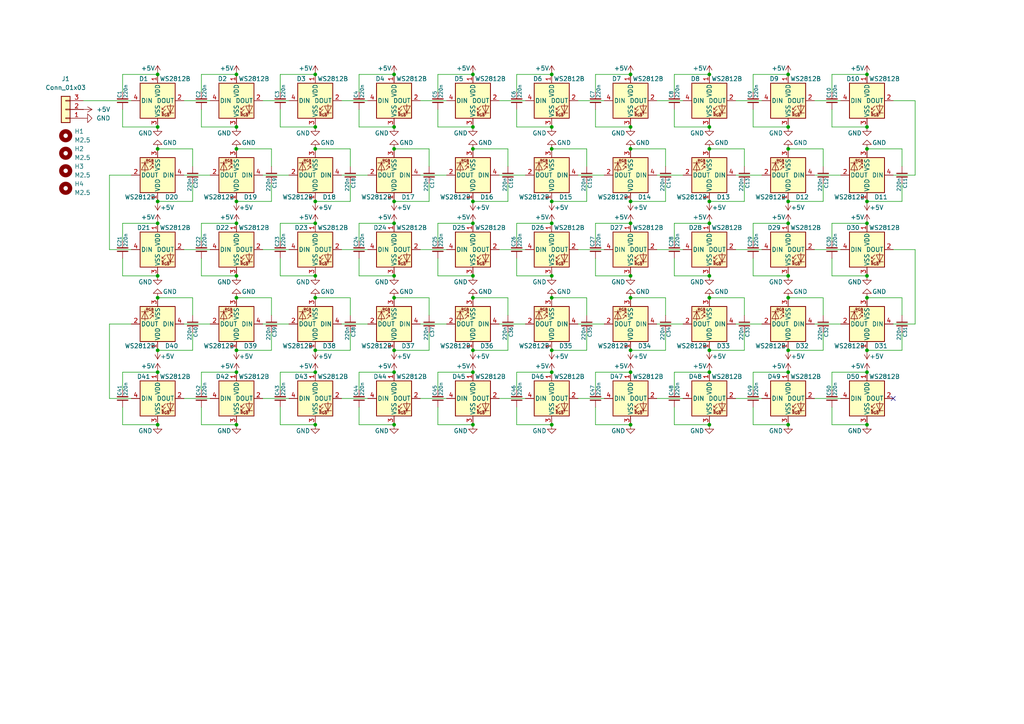
<source format=kicad_sch>
(kicad_sch (version 20250114) (generator "eeschema") (generator_version "9.0")
  (paper "A4")
  (junction (at 182.88 123.19))
  (junction (at 45.72 123.19))
  (junction (at 251.46 107.95))
  (junction (at 91.44 107.95))
  (junction (at 228.6 123.19))
  (junction (at 251.46 123.19))
  (junction (at 91.44 21.59))
  (junction (at 137.16 86.36))
  (junction (at 205.74 58.42))
  (junction (at 160.02 43.18))
  (junction (at 251.46 101.6))
  (junction (at 228.6 107.95))
  (junction (at 251.46 86.36))
  (junction (at 137.16 64.77))
  (junction (at 251.46 36.83))
  (junction (at 160.02 80.01))
  (junction (at 228.6 43.18))
  (junction (at 137.16 43.18))
  (junction (at 182.88 86.36))
  (junction (at 205.74 123.19))
  (junction (at 228.6 86.36))
  (junction (at 228.6 80.01))
  (junction (at 91.44 58.42))
  (junction (at 68.58 123.19))
  (junction (at 45.72 36.83))
  (junction (at 205.74 107.95))
  (junction (at 205.74 36.83))
  (junction (at 228.6 21.59))
  (junction (at 160.02 123.19))
  (junction (at 205.74 43.18))
  (junction (at 68.58 80.01))
  (junction (at 205.74 80.01))
  (junction (at 45.72 80.01))
  (junction (at 91.44 64.77))
  (junction (at 160.02 101.6))
  (junction (at 68.58 43.18))
  (junction (at 45.72 21.59))
  (junction (at 182.88 43.18))
  (junction (at 68.58 101.6))
  (junction (at 251.46 80.01))
  (junction (at 137.16 58.42))
  (junction (at 91.44 43.18))
  (junction (at 91.44 101.6))
  (junction (at 68.58 86.36))
  (junction (at 114.3 43.18))
  (junction (at 91.44 36.83))
  (junction (at 182.88 107.95))
  (junction (at 205.74 101.6))
  (junction (at 228.6 36.83))
  (junction (at 251.46 58.42))
  (junction (at 114.3 107.95))
  (junction (at 68.58 107.95))
  (junction (at 205.74 86.36))
  (junction (at 114.3 58.42))
  (junction (at 45.72 43.18))
  (junction (at 160.02 58.42))
  (junction (at 114.3 123.19))
  (junction (at 91.44 123.19))
  (junction (at 228.6 101.6))
  (junction (at 45.72 86.36))
  (junction (at 137.16 80.01))
  (junction (at 160.02 36.83))
  (junction (at 137.16 107.95))
  (junction (at 45.72 64.77))
  (junction (at 91.44 86.36))
  (junction (at 137.16 36.83))
  (junction (at 228.6 64.77))
  (junction (at 205.74 64.77))
  (junction (at 182.88 80.01))
  (junction (at 182.88 58.42))
  (junction (at 251.46 43.18))
  (junction (at 114.3 86.36))
  (junction (at 160.02 107.95))
  (junction (at 182.88 101.6))
  (junction (at 182.88 21.59))
  (junction (at 68.58 36.83))
  (junction (at 228.6 58.42))
  (junction (at 137.16 123.19))
  (junction (at 114.3 101.6))
  (junction (at 182.88 64.77))
  (junction (at 137.16 21.59))
  (junction (at 160.02 64.77))
  (junction (at 114.3 80.01))
  (junction (at 91.44 80.01))
  (junction (at 205.74 21.59))
  (junction (at 160.02 21.59))
  (junction (at 68.58 64.77))
  (junction (at 114.3 21.59))
  (junction (at 68.58 58.42))
  (junction (at 160.02 86.36))
  (junction (at 45.72 58.42))
  (junction (at 251.46 64.77))
  (junction (at 137.16 101.6))
  (junction (at 114.3 36.83))
  (junction (at 114.3 64.77))
  (junction (at 68.58 21.59))
  (junction (at 45.72 101.6))
  (junction (at 182.88 36.83))
  (junction (at 251.46 21.59))
  (junction (at 45.72 107.95))
  (no_connect (at 259.08 115.57))
  (wire (pts (xy 259.08 93.98) (xy 265.43 93.98)))
  (wire (pts (xy 193.04 48.26) (xy 193.04 43.18)))
  (wire (pts (xy 99.06 72.39) (xy 106.68 72.39)))
  (wire (pts (xy 147.32 58.42) (xy 137.16 58.42)))
  (wire (pts (xy 218.44 69.85) (xy 218.44 64.77)))
  (wire (pts (xy 261.62 43.18) (xy 251.46 43.18)))
  (wire (pts (xy 172.72 64.77) (xy 182.88 64.77)))
  (wire (pts (xy 193.04 86.36) (xy 182.88 86.36)))
  (wire (pts (xy 127 123.19) (xy 137.16 123.19)))
  (wire (pts (xy 144.78 115.57) (xy 152.4 115.57)))
  (wire (pts (xy 149.86 107.95) (xy 160.02 107.95)))
  (wire (pts (xy 261.62 86.36) (xy 251.46 86.36)))
  (wire (pts (xy 127 74.93) (xy 127 80.01)))
  (wire (pts (xy 218.44 80.01) (xy 228.6 80.01)))
  (wire (pts (xy 58.42 113.03) (xy 58.42 107.95)))
  (wire (pts (xy 238.76 48.26) (xy 238.76 43.18)))
  (wire (pts (xy 218.44 31.75) (xy 218.44 36.83)))
  (wire (pts (xy 241.3 118.11) (xy 241.3 123.19)))
  (wire (pts (xy 104.14 123.19) (xy 114.3 123.19)))
  (wire (pts (xy 170.18 43.18) (xy 160.02 43.18)))
  (wire (pts (xy 213.36 72.39) (xy 220.98 72.39)))
  (wire (pts (xy 195.58 118.11) (xy 195.58 123.19)))
  (wire (pts (xy 127 26.67) (xy 127 21.59)))
  (wire (pts (xy 241.3 69.85) (xy 241.3 64.77)))
  (wire (pts (xy 218.44 107.95) (xy 228.6 107.95)))
  (wire (pts (xy 261.62 101.6) (xy 251.46 101.6)))
  (wire (pts (xy 121.92 115.57) (xy 129.54 115.57)))
  (wire (pts (xy 213.36 115.57) (xy 220.98 115.57)))
  (wire (pts (xy 121.92 29.21) (xy 129.54 29.21)))
  (wire (pts (xy 241.3 64.77) (xy 251.46 64.77)))
  (wire (pts (xy 238.76 53.34) (xy 238.76 58.42)))
  (wire (pts (xy 259.08 29.21) (xy 265.43 29.21)))
  (wire (pts (xy 172.72 31.75) (xy 172.72 36.83)))
  (wire (pts (xy 238.76 96.52) (xy 238.76 101.6)))
  (wire (pts (xy 144.78 72.39) (xy 152.4 72.39)))
  (wire (pts (xy 215.9 43.18) (xy 205.74 43.18)))
  (wire (pts (xy 170.18 53.34) (xy 170.18 58.42)))
  (wire (pts (xy 238.76 43.18) (xy 228.6 43.18)))
  (wire (pts (xy 81.28 26.67) (xy 81.28 21.59)))
  (wire (pts (xy 195.58 31.75) (xy 195.58 36.83)))
  (wire (pts (xy 81.28 31.75) (xy 81.28 36.83)))
  (wire (pts (xy 58.42 80.01) (xy 68.58 80.01)))
  (wire (pts (xy 147.32 43.18) (xy 137.16 43.18)))
  (wire (pts (xy 261.62 96.52) (xy 261.62 101.6)))
  (wire (pts (xy 149.86 21.59) (xy 160.02 21.59)))
  (wire (pts (xy 261.62 91.44) (xy 261.62 86.36)))
  (wire (pts (xy 127 107.95) (xy 137.16 107.95)))
  (wire (pts (xy 81.28 113.03) (xy 81.28 107.95)))
  (wire (pts (xy 104.14 64.77) (xy 114.3 64.77)))
  (wire (pts (xy 241.3 80.01) (xy 251.46 80.01)))
  (wire (pts (xy 215.9 58.42) (xy 205.74 58.42)))
  (wire (pts (xy 149.86 123.19) (xy 160.02 123.19)))
  (wire (pts (xy 60.96 93.98) (xy 53.34 93.98)))
  (wire (pts (xy 195.58 21.59) (xy 205.74 21.59)))
  (wire (pts (xy 213.36 29.21) (xy 220.98 29.21)))
  (wire (pts (xy 104.14 118.11) (xy 104.14 123.19)))
  (wire (pts (xy 55.88 43.18) (xy 45.72 43.18)))
  (wire (pts (xy 195.58 36.83) (xy 205.74 36.83)))
  (wire (pts (xy 149.86 113.03) (xy 149.86 107.95)))
  (wire (pts (xy 81.28 107.95) (xy 91.44 107.95)))
  (wire (pts (xy 35.56 118.11) (xy 35.56 123.19)))
  (wire (pts (xy 149.86 118.11) (xy 149.86 123.19)))
  (wire (pts (xy 261.62 48.26) (xy 261.62 43.18)))
  (wire (pts (xy 58.42 21.59) (xy 68.58 21.59)))
  (wire (pts (xy 76.2 72.39) (xy 83.82 72.39)))
  (wire (pts (xy 147.32 101.6) (xy 137.16 101.6)))
  (wire (pts (xy 104.14 31.75) (xy 104.14 36.83)))
  (wire (pts (xy 81.28 118.11) (xy 81.28 123.19)))
  (wire (pts (xy 218.44 36.83) (xy 228.6 36.83)))
  (wire (pts (xy 81.28 80.01) (xy 91.44 80.01)))
  (wire (pts (xy 81.28 69.85) (xy 81.28 64.77)))
  (wire (pts (xy 55.88 53.34) (xy 55.88 58.42)))
  (wire (pts (xy 31.75 72.39) (xy 38.1 72.39)))
  (wire (pts (xy 53.34 29.21) (xy 60.96 29.21)))
  (wire (pts (xy 38.1 50.8) (xy 31.75 50.8)))
  (wire (pts (xy 236.22 29.21) (xy 243.84 29.21)))
  (wire (pts (xy 195.58 69.85) (xy 195.58 64.77)))
  (wire (pts (xy 195.58 123.19) (xy 205.74 123.19)))
  (wire (pts (xy 124.46 96.52) (xy 124.46 101.6)))
  (wire (pts (xy 190.5 115.57) (xy 198.12 115.57)))
  (wire (pts (xy 241.3 74.93) (xy 241.3 80.01)))
  (wire (pts (xy 78.74 96.52) (xy 78.74 101.6)))
  (wire (pts (xy 101.6 91.44) (xy 101.6 86.36)))
  (wire (pts (xy 241.3 26.67) (xy 241.3 21.59)))
  (wire (pts (xy 195.58 107.95) (xy 205.74 107.95)))
  (wire (pts (xy 99.06 29.21) (xy 106.68 29.21)))
  (wire (pts (xy 83.82 50.8) (xy 76.2 50.8)))
  (wire (pts (xy 215.9 96.52) (xy 215.9 101.6)))
  (wire (pts (xy 55.88 58.42) (xy 45.72 58.42)))
  (wire (pts (xy 170.18 58.42) (xy 160.02 58.42)))
  (wire (pts (xy 101.6 58.42) (xy 91.44 58.42)))
  (wire (pts (xy 265.43 93.98) (xy 265.43 72.39)))
  (wire (pts (xy 38.1 93.98) (xy 31.75 93.98)))
  (wire (pts (xy 259.08 72.39) (xy 265.43 72.39)))
  (wire (pts (xy 172.72 113.03) (xy 172.72 107.95)))
  (wire (pts (xy 195.58 26.67) (xy 195.58 21.59)))
  (wire (pts (xy 58.42 31.75) (xy 58.42 36.83)))
  (wire (pts (xy 220.98 50.8) (xy 213.36 50.8)))
  (wire (pts (xy 55.88 96.52) (xy 55.88 101.6)))
  (wire (pts (xy 236.22 115.57) (xy 243.84 115.57)))
  (wire (pts (xy 35.56 31.75) (xy 35.56 36.83)))
  (wire (pts (xy 55.88 101.6) (xy 45.72 101.6)))
  (wire (pts (xy 58.42 69.85) (xy 58.42 64.77)))
  (wire (pts (xy 215.9 53.34) (xy 215.9 58.42)))
  (wire (pts (xy 172.72 36.83) (xy 182.88 36.83)))
  (wire (pts (xy 149.86 64.77) (xy 160.02 64.77)))
  (wire (pts (xy 104.14 107.95) (xy 114.3 107.95)))
  (wire (pts (xy 55.88 91.44) (xy 55.88 86.36)))
  (wire (pts (xy 58.42 64.77) (xy 68.58 64.77)))
  (wire (pts (xy 144.78 29.21) (xy 152.4 29.21)))
  (wire (pts (xy 106.68 50.8) (xy 99.06 50.8)))
  (wire (pts (xy 147.32 48.26) (xy 147.32 43.18)))
  (wire (pts (xy 190.5 72.39) (xy 198.12 72.39)))
  (wire (pts (xy 149.86 74.93) (xy 149.86 80.01)))
  (wire (pts (xy 81.28 36.83) (xy 91.44 36.83)))
  (wire (pts (xy 99.06 115.57) (xy 106.68 115.57)))
  (wire (pts (xy 58.42 26.67) (xy 58.42 21.59)))
  (wire (pts (xy 31.75 115.57) (xy 31.75 93.98)))
  (wire (pts (xy 35.56 36.83) (xy 45.72 36.83)))
  (wire (pts (xy 76.2 115.57) (xy 83.82 115.57)))
  (wire (pts (xy 101.6 48.26) (xy 101.6 43.18)))
  (wire (pts (xy 58.42 118.11) (xy 58.42 123.19)))
  (wire (pts (xy 149.86 26.67) (xy 149.86 21.59)))
  (wire (pts (xy 78.74 43.18) (xy 68.58 43.18)))
  (wire (pts (xy 218.44 64.77) (xy 228.6 64.77)))
  (wire (pts (xy 101.6 86.36) (xy 91.44 86.36)))
  (wire (pts (xy 76.2 29.21) (xy 83.82 29.21)))
  (wire (pts (xy 124.46 43.18) (xy 114.3 43.18)))
  (wire (pts (xy 259.08 50.8) (xy 265.43 50.8)))
  (wire (pts (xy 170.18 91.44) (xy 170.18 86.36)))
  (wire (pts (xy 124.46 101.6) (xy 114.3 101.6)))
  (wire (pts (xy 149.86 31.75) (xy 149.86 36.83)))
  (wire (pts (xy 172.72 107.95) (xy 182.88 107.95)))
  (wire (pts (xy 147.32 91.44) (xy 147.32 86.36)))
  (wire (pts (xy 195.58 113.03) (xy 195.58 107.95)))
  (wire (pts (xy 238.76 58.42) (xy 228.6 58.42)))
  (wire (pts (xy 167.64 72.39) (xy 175.26 72.39)))
  (wire (pts (xy 172.72 26.67) (xy 172.72 21.59)))
  (wire (pts (xy 193.04 53.34) (xy 193.04 58.42)))
  (wire (pts (xy 218.44 123.19) (xy 228.6 123.19)))
  (wire (pts (xy 53.34 115.57) (xy 60.96 115.57)))
  (wire (pts (xy 104.14 21.59) (xy 114.3 21.59)))
  (wire (pts (xy 241.3 123.19) (xy 251.46 123.19)))
  (wire (pts (xy 218.44 74.93) (xy 218.44 80.01)))
  (wire (pts (xy 152.4 50.8) (xy 144.78 50.8)))
  (wire (pts (xy 104.14 69.85) (xy 104.14 64.77)))
  (wire (pts (xy 241.3 113.03) (xy 241.3 107.95)))
  (wire (pts (xy 81.28 74.93) (xy 81.28 80.01)))
  (wire (pts (xy 172.72 123.19) (xy 182.88 123.19)))
  (wire (pts (xy 215.9 91.44) (xy 215.9 86.36)))
  (wire (pts (xy 193.04 58.42) (xy 182.88 58.42)))
  (wire (pts (xy 78.74 48.26) (xy 78.74 43.18)))
  (wire (pts (xy 101.6 96.52) (xy 101.6 101.6)))
  (wire (pts (xy 152.4 93.98) (xy 144.78 93.98)))
  (wire (pts (xy 104.14 36.83) (xy 114.3 36.83)))
  (wire (pts (xy 35.56 80.01) (xy 45.72 80.01)))
  (wire (pts (xy 35.56 123.19) (xy 45.72 123.19)))
  (wire (pts (xy 238.76 86.36) (xy 228.6 86.36)))
  (wire (pts (xy 24.13 29.21) (xy 38.1 29.21)))
  (wire (pts (xy 127 69.85) (xy 127 64.77)))
  (wire (pts (xy 170.18 86.36) (xy 160.02 86.36)))
  (wire (pts (xy 149.86 80.01) (xy 160.02 80.01)))
  (wire (pts (xy 218.44 113.03) (xy 218.44 107.95)))
  (wire (pts (xy 170.18 48.26) (xy 170.18 43.18)))
  (wire (pts (xy 35.56 107.95) (xy 45.72 107.95)))
  (wire (pts (xy 175.26 93.98) (xy 167.64 93.98)))
  (wire (pts (xy 193.04 101.6) (xy 182.88 101.6)))
  (wire (pts (xy 104.14 113.03) (xy 104.14 107.95)))
  (wire (pts (xy 101.6 43.18) (xy 91.44 43.18)))
  (wire (pts (xy 55.88 86.36) (xy 45.72 86.36)))
  (wire (pts (xy 172.72 118.11) (xy 172.72 123.19)))
  (wire (pts (xy 215.9 101.6) (xy 205.74 101.6)))
  (wire (pts (xy 193.04 91.44) (xy 193.04 86.36)))
  (wire (pts (xy 81.28 123.19) (xy 91.44 123.19)))
  (wire (pts (xy 167.64 115.57) (xy 175.26 115.57)))
  (wire (pts (xy 124.46 91.44) (xy 124.46 86.36)))
  (wire (pts (xy 81.28 64.77) (xy 91.44 64.77)))
  (wire (pts (xy 198.12 50.8) (xy 190.5 50.8)))
  (wire (pts (xy 55.88 48.26) (xy 55.88 43.18)))
  (wire (pts (xy 218.44 118.11) (xy 218.44 123.19)))
  (wire (pts (xy 241.3 21.59) (xy 251.46 21.59)))
  (wire (pts (xy 35.56 74.93) (xy 35.56 80.01)))
  (wire (pts (xy 53.34 72.39) (xy 60.96 72.39)))
  (wire (pts (xy 195.58 74.93) (xy 195.58 80.01)))
  (wire (pts (xy 238.76 101.6) (xy 228.6 101.6)))
  (wire (pts (xy 261.62 58.42) (xy 251.46 58.42)))
  (wire (pts (xy 104.14 26.67) (xy 104.14 21.59)))
  (wire (pts (xy 106.68 93.98) (xy 99.06 93.98)))
  (wire (pts (xy 218.44 26.67) (xy 218.44 21.59)))
  (wire (pts (xy 193.04 96.52) (xy 193.04 101.6)))
  (wire (pts (xy 129.54 93.98) (xy 121.92 93.98)))
  (wire (pts (xy 78.74 58.42) (xy 68.58 58.42)))
  (wire (pts (xy 220.98 93.98) (xy 213.36 93.98)))
  (wire (pts (xy 127 31.75) (xy 127 36.83)))
  (wire (pts (xy 193.04 43.18) (xy 182.88 43.18)))
  (wire (pts (xy 104.14 74.93) (xy 104.14 80.01)))
  (wire (pts (xy 238.76 91.44) (xy 238.76 86.36)))
  (wire (pts (xy 243.84 93.98) (xy 236.22 93.98)))
  (wire (pts (xy 35.56 21.59) (xy 45.72 21.59)))
  (wire (pts (xy 129.54 50.8) (xy 121.92 50.8)))
  (wire (pts (xy 218.44 21.59) (xy 228.6 21.59)))
  (wire (pts (xy 172.72 69.85) (xy 172.72 64.77)))
  (wire (pts (xy 60.96 50.8) (xy 53.34 50.8)))
  (wire (pts (xy 35.56 64.77) (xy 45.72 64.77)))
  (wire (pts (xy 149.86 69.85) (xy 149.86 64.77)))
  (wire (pts (xy 172.72 80.01) (xy 182.88 80.01)))
  (wire (pts (xy 58.42 74.93) (xy 58.42 80.01)))
  (wire (pts (xy 78.74 91.44) (xy 78.74 86.36)))
  (wire (pts (xy 83.82 93.98) (xy 76.2 93.98)))
  (wire (pts (xy 241.3 107.95) (xy 251.46 107.95)))
  (wire (pts (xy 58.42 123.19) (xy 68.58 123.19)))
  (wire (pts (xy 170.18 101.6) (xy 160.02 101.6)))
  (wire (pts (xy 104.14 80.01) (xy 114.3 80.01)))
  (wire (pts (xy 101.6 53.34) (xy 101.6 58.42)))
  (wire (pts (xy 124.46 53.34) (xy 124.46 58.42)))
  (wire (pts (xy 215.9 48.26) (xy 215.9 43.18)))
  (wire (pts (xy 58.42 36.83) (xy 68.58 36.83)))
  (wire (pts (xy 78.74 86.36) (xy 68.58 86.36)))
  (wire (pts (xy 127 80.01) (xy 137.16 80.01)))
  (wire (pts (xy 35.56 26.67) (xy 35.56 21.59)))
  (wire (pts (xy 147.32 96.52) (xy 147.32 101.6)))
  (wire (pts (xy 78.74 101.6) (xy 68.58 101.6)))
  (wire (pts (xy 261.62 53.34) (xy 261.62 58.42)))
  (wire (pts (xy 170.18 96.52) (xy 170.18 101.6)))
  (wire (pts (xy 127 113.03) (xy 127 107.95)))
  (wire (pts (xy 265.43 50.8) (xy 265.43 29.21)))
  (wire (pts (xy 243.84 50.8) (xy 236.22 50.8)))
  (wire (pts (xy 147.32 53.34) (xy 147.32 58.42)))
  (wire (pts (xy 124.46 58.42) (xy 114.3 58.42)))
  (wire (pts (xy 167.64 29.21) (xy 175.26 29.21)))
  (wire (pts (xy 198.12 93.98) (xy 190.5 93.98)))
  (wire (pts (xy 35.56 69.85) (xy 35.56 64.77)))
  (wire (pts (xy 127 21.59) (xy 137.16 21.59)))
  (wire (pts (xy 175.26 50.8) (xy 167.64 50.8)))
  (wire (pts (xy 121.92 72.39) (xy 129.54 72.39)))
  (wire (pts (xy 81.28 21.59) (xy 91.44 21.59)))
  (wire (pts (xy 127 118.11) (xy 127 123.19)))
  (wire (pts (xy 58.42 107.95) (xy 68.58 107.95)))
  (wire (pts (xy 124.46 48.26) (xy 124.46 43.18)))
  (wire (pts (xy 241.3 36.83) (xy 251.46 36.83)))
  (wire (pts (xy 147.32 86.36) (xy 137.16 86.36)))
  (wire (pts (xy 38.1 115.57) (xy 31.75 115.57)))
  (wire (pts (xy 241.3 31.75) (xy 241.3 36.83)))
  (wire (pts (xy 190.5 29.21) (xy 198.12 29.21)))
  (wire (pts (xy 101.6 101.6) (xy 91.44 101.6)))
  (wire (pts (xy 31.75 50.8) (xy 31.75 72.39)))
  (wire (pts (xy 172.72 74.93) (xy 172.72 80.01)))
  (wire (pts (xy 195.58 64.77) (xy 205.74 64.77)))
  (wire (pts (xy 149.86 36.83) (xy 160.02 36.83)))
  (wire (pts (xy 127 36.83) (xy 137.16 36.83)))
  (wire (pts (xy 35.56 113.03) (xy 35.56 107.95)))
  (wire (pts (xy 124.46 86.36) (xy 114.3 86.36)))
  (wire (pts (xy 195.58 80.01) (xy 205.74 80.01)))
  (wire (pts (xy 127 64.77) (xy 137.16 64.77)))
  (wire (pts (xy 78.74 53.34) (xy 78.74 58.42)))
  (wire (pts (xy 236.22 72.39) (xy 243.84 72.39)))
  (wire (pts (xy 172.72 21.59) (xy 182.88 21.59)))
  (wire (pts (xy 215.9 86.36) (xy 205.74 86.36)))
  (symbol (lib_id "Bluesat:C_CompactV") (at 58.42 29.21 0) (unit 1)
    (property "Reference" "C2" (at 57.531 28.448 90) (effects (font (size 1.016 1.016)) (justify left)))
    (property "Value" "220n" (at 59.309 28.448 90) (effects (font (size 1.016 1.016)) (justify left)))
    (property "Footprint" "Capacitor_SMD:C_0402_1005Metric" (effects (hide yes)))
    (property "Description" "Unpolarized capacitor, compact symbol" (effects (hide yes)))
    (property "Rating" "10V" (effects (hide yes)))
  )
  (symbol (lib_id "power:GND") (at 228.6 36.83 0) (unit 1)
    (property "Reference" "#PWR020" (effects (hide yes)))
    (property "Value" "GND" (at 225.044 38.608 0))
    (property "Description" "Power symbol creates a global label with name \"GND\" , ground" (effects (hide yes)))
  )
  (symbol (lib_id "power:+5V") (at 45.72 64.77 0) (unit 1)
    (property "Reference" "#PWR043" (effects (hide yes)))
    (property "Value" "+5V" (at 42.926 62.992 0))
    (property "Description" "Power symbol creates a global label with name \"+5V\"" (effects (hide yes)))
  )
  (symbol (lib_id "power:GND") (at 228.6 80.01 0) (unit 1)
    (property "Reference" "#PWR060" (effects (hide yes)))
    (property "Value" "GND" (at 225.044 81.788 0))
    (property "Description" "Power symbol creates a global label with name \"GND\" , ground" (effects (hide yes)))
  )
  (symbol (lib_id "power:+5V") (at 182.88 21.59 0) (unit 1)
    (property "Reference" "#PWR015" (effects (hide yes)))
    (property "Value" "+5V" (at 180.086 19.812 0))
    (property "Description" "Power symbol creates a global label with name \"+5V\"" (effects (hide yes)))
  )
  (symbol (lib_id "power:+5V") (at 45.72 21.59 0) (unit 1)
    (property "Reference" "#PWR01" (effects (hide yes)))
    (property "Value" "+5V" (at 42.926 19.812 0))
    (property "Description" "Power symbol creates a global label with name \"+5V\"" (effects (hide yes)))
  )
  (symbol (lib_id "LED:WS2812B") (at 114.3 29.21 0) (unit 1)
    (property "Reference" "D4" (at 110.236 22.86 0))
    (property "Value" "WS2812B" (at 119.38 22.86 0))
    (property "Footprint" "Bluesat:WS2812B-5050" (effects (hide yes)))
    (property "Description" "RGB LED with integrated controller" (effects (hide yes)))
  )
  (symbol (lib_id "power:+5V") (at 160.02 58.42 180) (unit 1)
    (property "Reference" "#PWR031" (effects (hide yes)))
    (property "Value" "+5V" (at 162.814 60.198 0))
    (property "Description" "Power symbol creates a global label with name \"+5V\"" (effects (hide yes)))
  )
  (symbol (lib_id "Mechanical:MountingHole") (at 19.05 39.37 0) (unit 1) (in_bom no)
    (property "Reference" "H1" (at 21.59 38.0999 0) (effects (justify left)))
    (property "Value" "M2.5" (at 21.59 40.6399 0) (effects (justify left)))
    (property "Footprint" "Bluesat:M2.5_Internal" (effects (hide yes)))
    (property "Description" "Mounting Hole without connection" (effects (hide yes)))
  )
  (symbol (lib_id "power:+5V") (at 114.3 58.42 180) (unit 1)
    (property "Reference" "#PWR035" (effects (hide yes)))
    (property "Value" "+5V" (at 117.094 60.198 0))
    (property "Description" "Power symbol creates a global label with name \"+5V\"" (effects (hide yes)))
  )
  (symbol (lib_id "Bluesat:C_CompactV") (at 124.46 93.98 180) (unit 1)
    (property "Reference" "C37" (at 125.349 94.742 90) (effects (font (size 1.016 1.016)) (justify left)))
    (property "Value" "220n" (at 123.571 94.742 90) (effects (font (size 1.016 1.016)) (justify left)))
    (property "Footprint" "Capacitor_SMD:C_0402_1005Metric" (effects (hide yes)))
    (property "Description" "Unpolarized capacitor, compact symbol" (effects (hide yes)))
    (property "Rating" "10V" (effects (hide yes)))
  )
  (symbol (lib_id "power:+5V") (at 160.02 107.95 0) (unit 1)
    (property "Reference" "#PWR093" (effects (hide yes)))
    (property "Value" "+5V" (at 157.226 106.172 0))
    (property "Description" "Power symbol creates a global label with name \"+5V\"" (effects (hide yes)))
  )
  (symbol (lib_id "LED:WS2812B") (at 91.44 50.8 180) (unit 1)
    (property "Reference" "D18" (at 95.504 57.15 0))
    (property "Value" "WS2812B" (at 86.36 57.15 0))
    (property "Footprint" "Bluesat:WS2812B-5050" (effects (hide yes)))
    (property "Description" "RGB LED with integrated controller" (effects (hide yes)))
  )
  (symbol (lib_id "LED:WS2812B") (at 137.16 50.8 180) (unit 1)
    (property "Reference" "D16" (at 141.224 57.15 0))
    (property "Value" "WS2812B" (at 132.08 57.15 0))
    (property "Footprint" "Bluesat:WS2812B-5050" (effects (hide yes)))
    (property "Description" "RGB LED with integrated controller" (effects (hide yes)))
  )
  (symbol (lib_id "power:+5V") (at 205.74 107.95 0) (unit 1)
    (property "Reference" "#PWR097" (effects (hide yes)))
    (property "Value" "+5V" (at 202.946 106.172 0))
    (property "Description" "Power symbol creates a global label with name \"+5V\"" (effects (hide yes)))
  )
  (symbol (lib_id "power:+5V") (at 137.16 58.42 180) (unit 1)
    (property "Reference" "#PWR033" (effects (hide yes)))
    (property "Value" "+5V" (at 139.954 60.198 0))
    (property "Description" "Power symbol creates a global label with name \"+5V\"" (effects (hide yes)))
  )
  (symbol (lib_id "Bluesat:C_CompactV") (at 78.74 93.98 180) (unit 1)
    (property "Reference" "C39" (at 79.629 94.742 90) (effects (font (size 1.016 1.016)) (justify left)))
    (property "Value" "220n" (at 77.851 94.742 90) (effects (font (size 1.016 1.016)) (justify left)))
    (property "Footprint" "Capacitor_SMD:C_0402_1005Metric" (effects (hide yes)))
    (property "Description" "Unpolarized capacitor, compact symbol" (effects (hide yes)))
    (property "Rating" "10V" (effects (hide yes)))
  )
  (symbol (lib_id "power:GND") (at 91.44 43.18 180) (unit 1)
    (property "Reference" "#PWR038" (effects (hide yes)))
    (property "Value" "GND" (at 94.996 41.402 0))
    (property "Description" "Power symbol creates a global label with name \"GND\" , ground" (effects (hide yes)))
  )
  (symbol (lib_id "power:GND") (at 45.72 36.83 0) (unit 1)
    (property "Reference" "#PWR02" (effects (hide yes)))
    (property "Value" "GND" (at 42.164 38.608 0))
    (property "Description" "Power symbol creates a global label with name \"GND\" , ground" (effects (hide yes)))
  )
  (symbol (lib_id "power:GND") (at 251.46 80.01 0) (unit 1)
    (property "Reference" "#PWR062" (effects (hide yes)))
    (property "Value" "GND" (at 247.904 81.788 0))
    (property "Description" "Power symbol creates a global label with name \"GND\" , ground" (effects (hide yes)))
  )
  (symbol (lib_id "Bluesat:C_CompactV") (at 104.14 72.39 0) (unit 1)
    (property "Reference" "C24" (at 103.251 71.628 90) (effects (font (size 1.016 1.016)) (justify left)))
    (property "Value" "220n" (at 105.029 71.628 90) (effects (font (size 1.016 1.016)) (justify left)))
    (property "Footprint" "Capacitor_SMD:C_0402_1005Metric" (effects (hide yes)))
    (property "Description" "Unpolarized capacitor, compact symbol" (effects (hide yes)))
    (property "Rating" "10V" (effects (hide yes)))
  )
  (symbol (lib_id "LED:WS2812B") (at 182.88 115.57 0) (unit 1)
    (property "Reference" "D47" (at 178.816 109.22 0))
    (property "Value" "WS2812B" (at 187.96 109.22 0))
    (property "Footprint" "Bluesat:WS2812B-5050" (effects (hide yes)))
    (property "Description" "RGB LED with integrated controller" (effects (hide yes)))
  )
  (symbol (lib_id "power:+5V") (at 182.88 64.77 0) (unit 1)
    (property "Reference" "#PWR055" (effects (hide yes)))
    (property "Value" "+5V" (at 180.086 62.992 0))
    (property "Description" "Power symbol creates a global label with name \"+5V\"" (effects (hide yes)))
  )
  (symbol (lib_id "power:GND") (at 205.74 80.01 0) (unit 1)
    (property "Reference" "#PWR058" (effects (hide yes)))
    (property "Value" "GND" (at 202.184 81.788 0))
    (property "Description" "Power symbol creates a global label with name \"GND\" , ground" (effects (hide yes)))
  )
  (symbol (lib_id "power:GND") (at 68.58 80.01 0) (unit 1)
    (property "Reference" "#PWR046" (effects (hide yes)))
    (property "Value" "GND" (at 65.024 81.788 0))
    (property "Description" "Power symbol creates a global label with name \"GND\" , ground" (effects (hide yes)))
  )
  (symbol (lib_id "power:GND") (at 160.02 43.18 180) (unit 1)
    (property "Reference" "#PWR032" (effects (hide yes)))
    (property "Value" "GND" (at 163.576 41.402 0))
    (property "Description" "Power symbol creates a global label with name \"GND\" , ground" (effects (hide yes)))
  )
  (symbol (lib_id "power:GND") (at 182.88 36.83 0) (unit 1)
    (property "Reference" "#PWR016" (effects (hide yes)))
    (property "Value" "GND" (at 179.324 38.608 0))
    (property "Description" "Power symbol creates a global label with name \"GND\" , ground" (effects (hide yes)))
  )
  (symbol (lib_id "LED:WS2812B") (at 68.58 29.21 0) (unit 1)
    (property "Reference" "D2" (at 64.516 22.86 0))
    (property "Value" "WS2812B" (at 73.66 22.86 0))
    (property "Footprint" "Bluesat:WS2812B-5050" (effects (hide yes)))
    (property "Description" "RGB LED with integrated controller" (effects (hide yes)))
  )
  (symbol (lib_id "power:GND") (at 114.3 123.19 0) (unit 1)
    (property "Reference" "#PWR090" (effects (hide yes)))
    (property "Value" "GND" (at 110.744 124.968 0))
    (property "Description" "Power symbol creates a global label with name \"GND\" , ground" (effects (hide yes)))
  )
  (symbol (lib_id "Bluesat:C_CompactV") (at 55.88 50.8 180) (unit 1)
    (property "Reference" "C20" (at 56.769 51.562 90) (effects (font (size 1.016 1.016)) (justify left)))
    (property "Value" "220n" (at 54.991 51.562 90) (effects (font (size 1.016 1.016)) (justify left)))
    (property "Footprint" "Capacitor_SMD:C_0402_1005Metric" (effects (hide yes)))
    (property "Description" "Unpolarized capacitor, compact symbol" (effects (hide yes)))
    (property "Rating" "10V" (effects (hide yes)))
  )
  (symbol (lib_id "power:+5V") (at 24.13 31.75 270) (unit 1)
    (property "Reference" "#PWR04" (effects (hide yes)))
    (property "Value" "+5V" (at 27.94 31.7499 90) (effects (justify left)))
    (property "Description" "Power symbol creates a global label with name \"+5V\"" (effects (hide yes)))
  )
  (symbol (lib_id "power:+5V") (at 114.3 107.95 0) (unit 1)
    (property "Reference" "#PWR089" (effects (hide yes)))
    (property "Value" "+5V" (at 111.506 106.172 0))
    (property "Description" "Power symbol creates a global label with name \"+5V\"" (effects (hide yes)))
  )
  (symbol (lib_id "LED:WS2812B") (at 160.02 115.57 0) (unit 1)
    (property "Reference" "D46" (at 155.956 109.22 0))
    (property "Value" "WS2812B" (at 165.1 109.22 0))
    (property "Footprint" "Bluesat:WS2812B-5050" (effects (hide yes)))
    (property "Description" "RGB LED with integrated controller" (effects (hide yes)))
  )
  (symbol (lib_id "Bluesat:C_CompactV") (at 195.58 29.21 0) (unit 1)
    (property "Reference" "C8" (at 194.691 28.448 90) (effects (font (size 1.016 1.016)) (justify left)))
    (property "Value" "220n" (at 196.469 28.448 90) (effects (font (size 1.016 1.016)) (justify left)))
    (property "Footprint" "Capacitor_SMD:C_0402_1005Metric" (effects (hide yes)))
    (property "Description" "Unpolarized capacitor, compact symbol" (effects (hide yes)))
    (property "Rating" "10V" (effects (hide yes)))
  )
  (symbol (lib_id "Bluesat:C_CompactV") (at 35.56 72.39 0) (unit 1)
    (property "Reference" "C21" (at 34.671 71.628 90) (effects (font (size 1.016 1.016)) (justify left)))
    (property "Value" "220n" (at 36.449 71.628 90) (effects (font (size 1.016 1.016)) (justify left)))
    (property "Footprint" "Capacitor_SMD:C_0402_1005Metric" (effects (hide yes)))
    (property "Description" "Unpolarized capacitor, compact symbol" (effects (hide yes)))
    (property "Rating" "10V" (effects (hide yes)))
  )
  (symbol (lib_id "power:GND") (at 160.02 86.36 180) (unit 1)
    (property "Reference" "#PWR072" (effects (hide yes)))
    (property "Value" "GND" (at 163.576 84.582 0))
    (property "Description" "Power symbol creates a global label with name \"GND\" , ground" (effects (hide yes)))
  )
  (symbol (lib_id "Bluesat:C_CompactV") (at 172.72 29.21 0) (unit 1)
    (property "Reference" "C7" (at 171.831 28.448 90) (effects (font (size 1.016 1.016)) (justify left)))
    (property "Value" "220n" (at 173.609 28.448 90) (effects (font (size 1.016 1.016)) (justify left)))
    (property "Footprint" "Capacitor_SMD:C_0402_1005Metric" (effects (hide yes)))
    (property "Description" "Unpolarized capacitor, compact symbol" (effects (hide yes)))
    (property "Rating" "10V" (effects (hide yes)))
  )
  (symbol (lib_id "power:GND") (at 205.74 86.36 180) (unit 1)
    (property "Reference" "#PWR068" (effects (hide yes)))
    (property "Value" "GND" (at 209.296 84.582 0))
    (property "Description" "Power symbol creates a global label with name \"GND\" , ground" (effects (hide yes)))
  )
  (symbol (lib_id "Bluesat:C_CompactV") (at 81.28 115.57 0) (unit 1)
    (property "Reference" "C43" (at 80.391 114.808 90) (effects (font (size 1.016 1.016)) (justify left)))
    (property "Value" "220n" (at 82.169 114.808 90) (effects (font (size 1.016 1.016)) (justify left)))
    (property "Footprint" "Capacitor_SMD:C_0402_1005Metric" (effects (hide yes)))
    (property "Description" "Unpolarized capacitor, compact symbol" (effects (hide yes)))
    (property "Rating" "10V" (effects (hide yes)))
  )
  (symbol (lib_id "power:GND") (at 182.88 43.18 180) (unit 1)
    (property "Reference" "#PWR030" (effects (hide yes)))
    (property "Value" "GND" (at 186.436 41.402 0))
    (property "Description" "Power symbol creates a global label with name \"GND\" , ground" (effects (hide yes)))
  )
  (symbol (lib_id "LED:WS2812B") (at 45.72 50.8 180) (unit 1)
    (property "Reference" "D20" (at 49.784 57.15 0))
    (property "Value" "WS2812B" (at 40.64 57.15 0))
    (property "Footprint" "Bluesat:WS2812B-5050" (effects (hide yes)))
    (property "Description" "RGB LED with integrated controller" (effects (hide yes)))
  )
  (symbol (lib_id "Bluesat:C_CompactV") (at 215.9 93.98 180) (unit 1)
    (property "Reference" "C33" (at 216.789 94.742 90) (effects (font (size 1.016 1.016)) (justify left)))
    (property "Value" "220n" (at 215.011 94.742 90) (effects (font (size 1.016 1.016)) (justify left)))
    (property "Footprint" "Capacitor_SMD:C_0402_1005Metric" (effects (hide yes)))
    (property "Description" "Unpolarized capacitor, compact symbol" (effects (hide yes)))
    (property "Rating" "10V" (effects (hide yes)))
  )
  (symbol (lib_id "power:+5V") (at 68.58 101.6 180) (unit 1)
    (property "Reference" "#PWR079" (effects (hide yes)))
    (property "Value" "+5V" (at 71.374 103.378 0))
    (property "Description" "Power symbol creates a global label with name \"+5V\"" (effects (hide yes)))
  )
  (symbol (lib_id "power:GND") (at 205.74 36.83 0) (unit 1)
    (property "Reference" "#PWR018" (effects (hide yes)))
    (property "Value" "GND" (at 202.184 38.608 0))
    (property "Description" "Power symbol creates a global label with name \"GND\" , ground" (effects (hide yes)))
  )
  (symbol (lib_id "Bluesat:C_CompactV") (at 193.04 93.98 180) (unit 1)
    (property "Reference" "C34" (at 193.929 94.742 90) (effects (font (size 1.016 1.016)) (justify left)))
    (property "Value" "220n" (at 192.151 94.742 90) (effects (font (size 1.016 1.016)) (justify left)))
    (property "Footprint" "Capacitor_SMD:C_0402_1005Metric" (effects (hide yes)))
    (property "Description" "Unpolarized capacitor, compact symbol" (effects (hide yes)))
    (property "Rating" "10V" (effects (hide yes)))
  )
  (symbol (lib_id "LED:WS2812B") (at 205.74 50.8 180) (unit 1)
    (property "Reference" "D13" (at 209.804 57.15 0))
    (property "Value" "WS2812B" (at 200.66 57.15 0))
    (property "Footprint" "Bluesat:WS2812B-5050" (effects (hide yes)))
    (property "Description" "RGB LED with integrated controller" (effects (hide yes)))
  )
  (symbol (lib_id "LED:WS2812B") (at 182.88 29.21 0) (unit 1)
    (property "Reference" "D7" (at 178.816 22.86 0))
    (property "Value" "WS2812B" (at 187.96 22.86 0))
    (property "Footprint" "Bluesat:WS2812B-5050" (effects (hide yes)))
    (property "Description" "RGB LED with integrated controller" (effects (hide yes)))
  )
  (symbol (lib_id "Bluesat:C_CompactV") (at 55.88 93.98 180) (unit 1)
    (property "Reference" "C40" (at 56.769 94.742 90) (effects (font (size 1.016 1.016)) (justify left)))
    (property "Value" "220n" (at 54.991 94.742 90) (effects (font (size 1.016 1.016)) (justify left)))
    (property "Footprint" "Capacitor_SMD:C_0402_1005Metric" (effects (hide yes)))
    (property "Description" "Unpolarized capacitor, compact symbol" (effects (hide yes)))
    (property "Rating" "10V" (effects (hide yes)))
  )
  (symbol (lib_id "power:GND") (at 45.72 43.18 180) (unit 1)
    (property "Reference" "#PWR042" (effects (hide yes)))
    (property "Value" "GND" (at 49.276 41.402 0))
    (property "Description" "Power symbol creates a global label with name \"GND\" , ground" (effects (hide yes)))
  )
  (symbol (lib_id "Mechanical:MountingHole") (at 19.05 44.45 0) (unit 1) (in_bom no)
    (property "Reference" "H2" (at 21.59 43.1799 0) (effects (justify left)))
    (property "Value" "M2.5" (at 21.59 45.7199 0) (effects (justify left)))
    (property "Footprint" "Bluesat:M2.5_Internal" (effects (hide yes)))
    (property "Description" "Mounting Hole without connection" (effects (hide yes)))
  )
  (symbol (lib_id "power:+5V") (at 228.6 107.95 0) (unit 1)
    (property "Reference" "#PWR099" (effects (hide yes)))
    (property "Value" "+5V" (at 225.806 106.172 0))
    (property "Description" "Power symbol creates a global label with name \"+5V\"" (effects (hide yes)))
  )
  (symbol (lib_id "power:+5V") (at 251.46 21.59 0) (unit 1)
    (property "Reference" "#PWR021" (effects (hide yes)))
    (property "Value" "+5V" (at 248.666 19.812 0))
    (property "Description" "Power symbol creates a global label with name \"+5V\"" (effects (hide yes)))
  )
  (symbol (lib_id "LED:WS2812B") (at 160.02 93.98 180) (unit 1)
    (property "Reference" "D35" (at 164.084 100.33 0))
    (property "Value" "WS2812B" (at 154.94 100.33 0))
    (property "Footprint" "Bluesat:WS2812B-5050" (effects (hide yes)))
    (property "Description" "RGB LED with integrated controller" (effects (hide yes)))
  )
  (symbol (lib_id "LED:WS2812B") (at 205.74 115.57 0) (unit 1)
    (property "Reference" "D48" (at 201.676 109.22 0))
    (property "Value" "WS2812B" (at 210.82 109.22 0))
    (property "Footprint" "Bluesat:WS2812B-5050" (effects (hide yes)))
    (property "Description" "RGB LED with integrated controller" (effects (hide yes)))
  )
  (symbol (lib_id "LED:WS2812B") (at 45.72 93.98 180) (unit 1)
    (property "Reference" "D40" (at 49.784 100.33 0))
    (property "Value" "WS2812B" (at 40.64 100.33 0))
    (property "Footprint" "Bluesat:WS2812B-5050" (effects (hide yes)))
    (property "Description" "RGB LED with integrated controller" (effects (hide yes)))
  )
  (symbol (lib_id "Bluesat:C_CompactV") (at 238.76 50.8 180) (unit 1)
    (property "Reference" "C12" (at 239.649 51.562 90) (effects (font (size 1.016 1.016)) (justify left)))
    (property "Value" "220n" (at 237.871 51.562 90) (effects (font (size 1.016 1.016)) (justify left)))
    (property "Footprint" "Capacitor_SMD:C_0402_1005Metric" (effects (hide yes)))
    (property "Description" "Unpolarized capacitor, compact symbol" (effects (hide yes)))
    (property "Rating" "10V" (effects (hide yes)))
  )
  (symbol (lib_id "LED:WS2812B") (at 205.74 72.39 0) (unit 1)
    (property "Reference" "D28" (at 201.676 66.04 0))
    (property "Value" "WS2812B" (at 210.82 66.04 0))
    (property "Footprint" "Bluesat:WS2812B-5050" (effects (hide yes)))
    (property "Description" "RGB LED with integrated controller" (effects (hide yes)))
  )
  (symbol (lib_id "LED:WS2812B") (at 91.44 93.98 180) (unit 1)
    (property "Reference" "D38" (at 95.504 100.33 0))
    (property "Value" "WS2812B" (at 86.36 100.33 0))
    (property "Footprint" "Bluesat:WS2812B-5050" (effects (hide yes)))
    (property "Description" "RGB LED with integrated controller" (effects (hide yes)))
  )
  (symbol (lib_id "power:+5V") (at 160.02 64.77 0) (unit 1)
    (property "Reference" "#PWR053" (effects (hide yes)))
    (property "Value" "+5V" (at 157.226 62.992 0))
    (property "Description" "Power symbol creates a global label with name \"+5V\"" (effects (hide yes)))
  )
  (symbol (lib_id "power:+5V") (at 205.74 64.77 0) (unit 1)
    (property "Reference" "#PWR057" (effects (hide yes)))
    (property "Value" "+5V" (at 202.946 62.992 0))
    (property "Description" "Power symbol creates a global label with name \"+5V\"" (effects (hide yes)))
  )
  (symbol (lib_id "power:GND") (at 24.13 34.29 90) (unit 1)
    (property "Reference" "#PWR03" (effects (hide yes)))
    (property "Value" "GND" (at 27.94 34.2899 90) (effects (justify right)))
    (property "Description" "Power symbol creates a global label with name \"GND\" , ground" (effects (hide yes)))
  )
  (symbol (lib_id "LED:WS2812B") (at 228.6 72.39 0) (unit 1)
    (property "Reference" "D29" (at 224.536 66.04 0))
    (property "Value" "WS2812B" (at 233.68 66.04 0))
    (property "Footprint" "Bluesat:WS2812B-5050" (effects (hide yes)))
    (property "Description" "RGB LED with integrated controller" (effects (hide yes)))
  )
  (symbol (lib_id "Bluesat:C_CompactV") (at 104.14 115.57 0) (unit 1)
    (property "Reference" "C44" (at 103.251 114.808 90) (effects (font (size 1.016 1.016)) (justify left)))
    (property "Value" "220n" (at 105.029 114.808 90) (effects (font (size 1.016 1.016)) (justify left)))
    (property "Footprint" "Capacitor_SMD:C_0402_1005Metric" (effects (hide yes)))
    (property "Description" "Unpolarized capacitor, compact symbol" (effects (hide yes)))
    (property "Rating" "10V" (effects (hide yes)))
  )
  (symbol (lib_id "power:+5V") (at 45.72 58.42 180) (unit 1)
    (property "Reference" "#PWR041" (effects (hide yes)))
    (property "Value" "+5V" (at 48.514 60.198 0))
    (property "Description" "Power symbol creates a global label with name \"+5V\"" (effects (hide yes)))
  )
  (symbol (lib_id "power:GND") (at 68.58 36.83 0) (unit 1)
    (property "Reference" "#PWR06" (effects (hide yes)))
    (property "Value" "GND" (at 65.024 38.608 0))
    (property "Description" "Power symbol creates a global label with name \"GND\" , ground" (effects (hide yes)))
  )
  (symbol (lib_id "Bluesat:C_CompactV") (at 193.04 50.8 180) (unit 1)
    (property "Reference" "C14" (at 193.929 51.562 90) (effects (font (size 1.016 1.016)) (justify left)))
    (property "Value" "220n" (at 192.151 51.562 90) (effects (font (size 1.016 1.016)) (justify left)))
    (property "Footprint" "Capacitor_SMD:C_0402_1005Metric" (effects (hide yes)))
    (property "Description" "Unpolarized capacitor, compact symbol" (effects (hide yes)))
    (property "Rating" "10V" (effects (hide yes)))
  )
  (symbol (lib_id "power:+5V") (at 228.6 21.59 0) (unit 1)
    (property "Reference" "#PWR019" (effects (hide yes)))
    (property "Value" "+5V" (at 225.806 19.812 0))
    (property "Description" "Power symbol creates a global label with name \"+5V\"" (effects (hide yes)))
  )
  (symbol (lib_id "Bluesat:C_CompactV") (at 101.6 93.98 180) (unit 1)
    (property "Reference" "C38" (at 102.489 94.742 90) (effects (font (size 1.016 1.016)) (justify left)))
    (property "Value" "220n" (at 100.711 94.742 90) (effects (font (size 1.016 1.016)) (justify left)))
    (property "Footprint" "Capacitor_SMD:C_0402_1005Metric" (effects (hide yes)))
    (property "Description" "Unpolarized capacitor, compact symbol" (effects (hide yes)))
    (property "Rating" "10V" (effects (hide yes)))
  )
  (symbol (lib_id "power:GND") (at 182.88 86.36 180) (unit 1)
    (property "Reference" "#PWR070" (effects (hide yes)))
    (property "Value" "GND" (at 186.436 84.582 0))
    (property "Description" "Power symbol creates a global label with name \"GND\" , ground" (effects (hide yes)))
  )
  (symbol (lib_id "power:GND") (at 160.02 123.19 0) (unit 1)
    (property "Reference" "#PWR094" (effects (hide yes)))
    (property "Value" "GND" (at 156.464 124.968 0))
    (property "Description" "Power symbol creates a global label with name \"GND\" , ground" (effects (hide yes)))
  )
  (symbol (lib_id "power:+5V") (at 114.3 21.59 0) (unit 1)
    (property "Reference" "#PWR09" (effects (hide yes)))
    (property "Value" "+5V" (at 111.506 19.812 0))
    (property "Description" "Power symbol creates a global label with name \"+5V\"" (effects (hide yes)))
  )
  (symbol (lib_id "power:+5V") (at 205.74 21.59 0) (unit 1)
    (property "Reference" "#PWR017" (effects (hide yes)))
    (property "Value" "+5V" (at 202.946 19.812 0))
    (property "Description" "Power symbol creates a global label with name \"+5V\"" (effects (hide yes)))
  )
  (symbol (lib_id "Bluesat:C_CompactV") (at 147.32 50.8 180) (unit 1)
    (property "Reference" "C16" (at 148.209 51.562 90) (effects (font (size 1.016 1.016)) (justify left)))
    (property "Value" "220n" (at 146.431 51.562 90) (effects (font (size 1.016 1.016)) (justify left)))
    (property "Footprint" "Capacitor_SMD:C_0402_1005Metric" (effects (hide yes)))
    (property "Description" "Unpolarized capacitor, compact symbol" (effects (hide yes)))
    (property "Rating" "10V" (effects (hide yes)))
  )
  (symbol (lib_id "power:+5V") (at 45.72 101.6 180) (unit 1)
    (property "Reference" "#PWR081" (effects (hide yes)))
    (property "Value" "+5V" (at 48.514 103.378 0))
    (property "Description" "Power symbol creates a global label with name \"+5V\"" (effects (hide yes)))
  )
  (symbol (lib_id "Bluesat:C_CompactV") (at 78.74 50.8 180) (unit 1)
    (property "Reference" "C19" (at 79.629 51.562 90) (effects (font (size 1.016 1.016)) (justify left)))
    (property "Value" "220n" (at 77.851 51.562 90) (effects (font (size 1.016 1.016)) (justify left)))
    (property "Footprint" "Capacitor_SMD:C_0402_1005Metric" (effects (hide yes)))
    (property "Description" "Unpolarized capacitor, compact symbol" (effects (hide yes)))
    (property "Rating" "10V" (effects (hide yes)))
  )
  (symbol (lib_id "LED:WS2812B") (at 251.46 93.98 180) (unit 1)
    (property "Reference" "D31" (at 255.524 100.33 0))
    (property "Value" "WS2812B" (at 246.38 100.33 0))
    (property "Footprint" "Bluesat:WS2812B-5050" (effects (hide yes)))
    (property "Description" "RGB LED with integrated controller" (effects (hide yes)))
  )
  (symbol (lib_id "Mechanical:MountingHole") (at 19.05 54.61 0) (unit 1) (in_bom no)
    (property "Reference" "H4" (at 21.59 53.3399 0) (effects (justify left)))
    (property "Value" "M2.5" (at 21.59 55.8799 0) (effects (justify left)))
    (property "Footprint" "Bluesat:M2.5_Internal" (effects (hide yes)))
    (property "Description" "Mounting Hole without connection" (effects (hide yes)))
  )
  (symbol (lib_id "power:GND") (at 137.16 36.83 0) (unit 1)
    (property "Reference" "#PWR012" (effects (hide yes)))
    (property "Value" "GND" (at 133.604 38.608 0))
    (property "Description" "Power symbol creates a global label with name \"GND\" , ground" (effects (hide yes)))
  )
  (symbol (lib_id "LED:WS2812B") (at 228.6 93.98 180) (unit 1)
    (property "Reference" "D32" (at 232.664 100.33 0))
    (property "Value" "WS2812B" (at 223.52 100.33 0))
    (property "Footprint" "Bluesat:WS2812B-5050" (effects (hide yes)))
    (property "Description" "RGB LED with integrated controller" (effects (hide yes)))
  )
  (symbol (lib_id "power:+5V") (at 91.44 101.6 180) (unit 1)
    (property "Reference" "#PWR077" (effects (hide yes)))
    (property "Value" "+5V" (at 94.234 103.378 0))
    (property "Description" "Power symbol creates a global label with name \"+5V\"" (effects (hide yes)))
  )
  (symbol (lib_id "power:+5V") (at 182.88 101.6 180) (unit 1)
    (property "Reference" "#PWR069" (effects (hide yes)))
    (property "Value" "+5V" (at 185.674 103.378 0))
    (property "Description" "Power symbol creates a global label with name \"+5V\"" (effects (hide yes)))
  )
  (symbol (lib_id "power:GND") (at 137.16 86.36 180) (unit 1)
    (property "Reference" "#PWR074" (effects (hide yes)))
    (property "Value" "GND" (at 140.716 84.582 0))
    (property "Description" "Power symbol creates a global label with name \"GND\" , ground" (effects (hide yes)))
  )
  (symbol (lib_id "power:GND") (at 68.58 86.36 180) (unit 1)
    (property "Reference" "#PWR080" (effects (hide yes)))
    (property "Value" "GND" (at 72.136 84.582 0))
    (property "Description" "Power symbol creates a global label with name \"GND\" , ground" (effects (hide yes)))
  )
  (symbol (lib_id "power:GND") (at 91.44 123.19 0) (unit 1)
    (property "Reference" "#PWR088" (effects (hide yes)))
    (property "Value" "GND" (at 87.884 124.968 0))
    (property "Description" "Power symbol creates a global label with name \"GND\" , ground" (effects (hide yes)))
  )
  (symbol (lib_id "LED:WS2812B") (at 68.58 115.57 0) (unit 1)
    (property "Reference" "D42" (at 64.516 109.22 0))
    (property "Value" "WS2812B" (at 73.66 109.22 0))
    (property "Footprint" "Bluesat:WS2812B-5050" (effects (hide yes)))
    (property "Description" "RGB LED with integrated controller" (effects (hide yes)))
  )
  (symbol (lib_id "Bluesat:C_CompactV") (at 241.3 29.21 0) (unit 1)
    (property "Reference" "C10" (at 240.411 28.448 90) (effects (font (size 1.016 1.016)) (justify left)))
    (property "Value" "220n" (at 242.189 28.448 90) (effects (font (size 1.016 1.016)) (justify left)))
    (property "Footprint" "Capacitor_SMD:C_0402_1005Metric" (effects (hide yes)))
    (property "Description" "Unpolarized capacitor, compact symbol" (effects (hide yes)))
    (property "Rating" "10V" (effects (hide yes)))
  )
  (symbol (lib_id "power:GND") (at 114.3 86.36 180) (unit 1)
    (property "Reference" "#PWR076" (effects (hide yes)))
    (property "Value" "GND" (at 117.856 84.582 0))
    (property "Description" "Power symbol creates a global label with name \"GND\" , ground" (effects (hide yes)))
  )
  (symbol (lib_id "power:GND") (at 45.72 86.36 180) (unit 1)
    (property "Reference" "#PWR082" (effects (hide yes)))
    (property "Value" "GND" (at 49.276 84.582 0))
    (property "Description" "Power symbol creates a global label with name \"GND\" , ground" (effects (hide yes)))
  )
  (symbol (lib_id "Bluesat:C_CompactV") (at 238.76 93.98 180) (unit 1)
    (property "Reference" "C32" (at 239.649 94.742 90) (effects (font (size 1.016 1.016)) (justify left)))
    (property "Value" "220n" (at 237.871 94.742 90) (effects (font (size 1.016 1.016)) (justify left)))
    (property "Footprint" "Capacitor_SMD:C_0402_1005Metric" (effects (hide yes)))
    (property "Description" "Unpolarized capacitor, compact symbol" (effects (hide yes)))
    (property "Rating" "10V" (effects (hide yes)))
  )
  (symbol (lib_id "power:GND") (at 114.3 36.83 0) (unit 1)
    (property "Reference" "#PWR010" (effects (hide yes)))
    (property "Value" "GND" (at 110.744 38.608 0))
    (property "Description" "Power symbol creates a global label with name \"GND\" , ground" (effects (hide yes)))
  )
  (symbol (lib_id "power:GND") (at 137.16 80.01 0) (unit 1)
    (property "Reference" "#PWR052" (effects (hide yes)))
    (property "Value" "GND" (at 133.604 81.788 0))
    (property "Description" "Power symbol creates a global label with name \"GND\" , ground" (effects (hide yes)))
  )
  (symbol (lib_id "LED:WS2812B") (at 182.88 93.98 180) (unit 1)
    (property "Reference" "D34" (at 186.944 100.33 0))
    (property "Value" "WS2812B" (at 177.8 100.33 0))
    (property "Footprint" "Bluesat:WS2812B-5050" (effects (hide yes)))
    (property "Description" "RGB LED with integrated controller" (effects (hide yes)))
  )
  (symbol (lib_id "power:GND") (at 137.16 123.19 0) (unit 1)
    (property "Reference" "#PWR092" (effects (hide yes)))
    (property "Value" "GND" (at 133.604 124.968 0))
    (property "Description" "Power symbol creates a global label with name \"GND\" , ground" (effects (hide yes)))
  )
  (symbol (lib_id "LED:WS2812B") (at 68.58 72.39 0) (unit 1)
    (property "Reference" "D22" (at 64.516 66.04 0))
    (property "Value" "WS2812B" (at 73.66 66.04 0))
    (property "Footprint" "Bluesat:WS2812B-5050" (effects (hide yes)))
    (property "Description" "RGB LED with integrated controller" (effects (hide yes)))
  )
  (symbol (lib_id "Bluesat:C_CompactV") (at 127 29.21 0) (unit 1)
    (property "Reference" "C5" (at 126.111 28.448 90) (effects (font (size 1.016 1.016)) (justify left)))
    (property "Value" "220n" (at 127.889 28.448 90) (effects (font (size 1.016 1.016)) (justify left)))
    (property "Footprint" "Capacitor_SMD:C_0402_1005Metric" (effects (hide yes)))
    (property "Description" "Unpolarized capacitor, compact symbol" (effects (hide yes)))
    (property "Rating" "10V" (effects (hide yes)))
  )
  (symbol (lib_id "power:GND") (at 205.74 123.19 0) (unit 1)
    (property "Reference" "#PWR098" (effects (hide yes)))
    (property "Value" "GND" (at 202.184 124.968 0))
    (property "Description" "Power symbol creates a global label with name \"GND\" , ground" (effects (hide yes)))
  )
  (symbol (lib_id "power:GND") (at 228.6 86.36 180) (unit 1)
    (property "Reference" "#PWR066" (effects (hide yes)))
    (property "Value" "GND" (at 232.156 84.582 0))
    (property "Description" "Power symbol creates a global label with name \"GND\" , ground" (effects (hide yes)))
  )
  (symbol (lib_id "power:+5V") (at 91.44 64.77 0) (unit 1)
    (property "Reference" "#PWR047" (effects (hide yes)))
    (property "Value" "+5V" (at 88.646 62.992 0))
    (property "Description" "Power symbol creates a global label with name \"+5V\"" (effects (hide yes)))
  )
  (symbol (lib_id "Bluesat:C_CompactV") (at 172.72 115.57 0) (unit 1)
    (property "Reference" "C47" (at 171.831 114.808 90) (effects (font (size 1.016 1.016)) (justify left)))
    (property "Value" "220n" (at 173.609 114.808 90) (effects (font (size 1.016 1.016)) (justify left)))
    (property "Footprint" "Capacitor_SMD:C_0402_1005Metric" (effects (hide yes)))
    (property "Description" "Unpolarized capacitor, compact symbol" (effects (hide yes)))
    (property "Rating" "10V" (effects (hide yes)))
  )
  (symbol (lib_id "power:GND") (at 228.6 123.19 0) (unit 1)
    (property "Reference" "#PWR0100" (effects (hide yes)))
    (property "Value" "GND" (at 225.044 124.968 0))
    (property "Description" "Power symbol creates a global label with name \"GND\" , ground" (effects (hide yes)))
  )
  (symbol (lib_id "power:GND") (at 45.72 123.19 0) (unit 1)
    (property "Reference" "#PWR084" (effects (hide yes)))
    (property "Value" "GND" (at 42.164 124.968 0))
    (property "Description" "Power symbol creates a global label with name \"GND\" , ground" (effects (hide yes)))
  )
  (symbol (lib_id "Bluesat:C_CompactV") (at 35.56 115.57 0) (unit 1)
    (property "Reference" "C41" (at 34.671 114.808 90) (effects (font (size 1.016 1.016)) (justify left)))
    (property "Value" "220n" (at 36.449 114.808 90) (effects (font (size 1.016 1.016)) (justify left)))
    (property "Footprint" "Capacitor_SMD:C_0402_1005Metric" (effects (hide yes)))
    (property "Description" "Unpolarized capacitor, compact symbol" (effects (hide yes)))
    (property "Rating" "10V" (effects (hide yes)))
  )
  (symbol (lib_id "power:+5V") (at 160.02 21.59 0) (unit 1)
    (property "Reference" "#PWR013" (effects (hide yes)))
    (property "Value" "+5V" (at 157.226 19.812 0))
    (property "Description" "Power symbol creates a global label with name \"+5V\"" (effects (hide yes)))
  )
  (symbol (lib_id "LED:WS2812B") (at 182.88 50.8 180) (unit 1)
    (property "Reference" "D14" (at 186.944 57.15 0))
    (property "Value" "WS2812B" (at 177.8 57.15 0))
    (property "Footprint" "Bluesat:WS2812B-5050" (effects (hide yes)))
    (property "Description" "RGB LED with integrated controller" (effects (hide yes)))
  )
  (symbol (lib_id "Bluesat:C_CompactV") (at 170.18 50.8 180) (unit 1)
    (property "Reference" "C15" (at 171.069 51.562 90) (effects (font (size 1.016 1.016)) (justify left)))
    (property "Value" "220n" (at 169.291 51.562 90) (effects (font (size 1.016 1.016)) (justify left)))
    (property "Footprint" "Capacitor_SMD:C_0402_1005Metric" (effects (hide yes)))
    (property "Description" "Unpolarized capacitor, compact symbol" (effects (hide yes)))
    (property "Rating" "10V" (effects (hide yes)))
  )
  (symbol (lib_id "Bluesat:C_CompactV") (at 104.14 29.21 0) (unit 1)
    (property "Reference" "C4" (at 103.251 28.448 90) (effects (font (size 1.016 1.016)) (justify left)))
    (property "Value" "220n" (at 105.029 28.448 90) (effects (font (size 1.016 1.016)) (justify left)))
    (property "Footprint" "Capacitor_SMD:C_0402_1005Metric" (effects (hide yes)))
    (property "Description" "Unpolarized capacitor, compact symbol" (effects (hide yes)))
    (property "Rating" "10V" (effects (hide yes)))
  )
  (symbol (lib_id "power:+5V") (at 68.58 107.95 0) (unit 1)
    (property "Reference" "#PWR085" (effects (hide yes)))
    (property "Value" "+5V" (at 65.786 106.172 0))
    (property "Description" "Power symbol creates a global label with name \"+5V\"" (effects (hide yes)))
  )
  (symbol (lib_id "power:GND") (at 228.6 43.18 180) (unit 1)
    (property "Reference" "#PWR026" (effects (hide yes)))
    (property "Value" "GND" (at 232.156 41.402 0))
    (property "Description" "Power symbol creates a global label with name \"GND\" , ground" (effects (hide yes)))
  )
  (symbol (lib_id "LED:WS2812B") (at 251.46 50.8 180) (unit 1)
    (property "Reference" "D11" (at 255.524 57.15 0))
    (property "Value" "WS2812B" (at 246.38 57.15 0))
    (property "Footprint" "Bluesat:WS2812B-5050" (effects (hide yes)))
    (property "Description" "RGB LED with integrated controller" (effects (hide yes)))
  )
  (symbol (lib_id "Bluesat:C_CompactV") (at 215.9 50.8 180) (unit 1)
    (property "Reference" "C13" (at 216.789 51.562 90) (effects (font (size 1.016 1.016)) (justify left)))
    (property "Value" "220n" (at 215.011 51.562 90) (effects (font (size 1.016 1.016)) (justify left)))
    (property "Footprint" "Capacitor_SMD:C_0402_1005Metric" (effects (hide yes)))
    (property "Description" "Unpolarized capacitor, compact symbol" (effects (hide yes)))
    (property "Rating" "10V" (effects (hide yes)))
  )
  (symbol (lib_id "LED:WS2812B") (at 205.74 93.98 180) (unit 1)
    (property "Reference" "D33" (at 209.804 100.33 0))
    (property "Value" "WS2812B" (at 200.66 100.33 0))
    (property "Footprint" "Bluesat:WS2812B-5050" (effects (hide yes)))
    (property "Description" "RGB LED with integrated controller" (effects (hide yes)))
  )
  (symbol (lib_id "Bluesat:C_CompactV") (at 81.28 29.21 0) (unit 1)
    (property "Reference" "C3" (at 80.391 28.448 90) (effects (font (size 1.016 1.016)) (justify left)))
    (property "Value" "220n" (at 82.169 28.448 90) (effects (font (size 1.016 1.016)) (justify left)))
    (property "Footprint" "Capacitor_SMD:C_0402_1005Metric" (effects (hide yes)))
    (property "Description" "Unpolarized capacitor, compact symbol" (effects (hide yes)))
    (property "Rating" "10V" (effects (hide yes)))
  )
  (symbol (lib_id "LED:WS2812B") (at 160.02 72.39 0) (unit 1)
    (property "Reference" "D26" (at 155.956 66.04 0))
    (property "Value" "WS2812B" (at 165.1 66.04 0))
    (property "Footprint" "Bluesat:WS2812B-5050" (effects (hide yes)))
    (property "Description" "RGB LED with integrated controller" (effects (hide yes)))
  )
  (symbol (lib_id "Bluesat:C_CompactV") (at 195.58 115.57 0) (unit 1)
    (property "Reference" "C48" (at 194.691 114.808 90) (effects (font (size 1.016 1.016)) (justify left)))
    (property "Value" "220n" (at 196.469 114.808 90) (effects (font (size 1.016 1.016)) (justify left)))
    (property "Footprint" "Capacitor_SMD:C_0402_1005Metric" (effects (hide yes)))
    (property "Description" "Unpolarized capacitor, compact symbol" (effects (hide yes)))
    (property "Rating" "10V" (effects (hide yes)))
  )
  (symbol (lib_id "power:GND") (at 251.46 36.83 0) (unit 1)
    (property "Reference" "#PWR022" (effects (hide yes)))
    (property "Value" "GND" (at 247.904 38.608 0))
    (property "Description" "Power symbol creates a global label with name \"GND\" , ground" (effects (hide yes)))
  )
  (symbol (lib_id "power:GND") (at 137.16 43.18 180) (unit 1)
    (property "Reference" "#PWR034" (effects (hide yes)))
    (property "Value" "GND" (at 140.716 41.402 0))
    (property "Description" "Power symbol creates a global label with name \"GND\" , ground" (effects (hide yes)))
  )
  (symbol (lib_id "power:+5V") (at 205.74 58.42 180) (unit 1)
    (property "Reference" "#PWR027" (effects (hide yes)))
    (property "Value" "+5V" (at 208.534 60.198 0))
    (property "Description" "Power symbol creates a global label with name \"+5V\"" (effects (hide yes)))
  )
  (symbol (lib_id "LED:WS2812B") (at 45.72 115.57 0) (unit 1)
    (property "Reference" "D41" (at 41.656 109.22 0))
    (property "Value" "WS2812B" (at 50.8 109.22 0))
    (property "Footprint" "Bluesat:WS2812B-5050" (effects (hide yes)))
    (property "Description" "RGB LED with integrated controller" (effects (hide yes)))
  )
  (symbol (lib_id "power:GND") (at 251.46 123.19 0) (unit 1)
    (property "Reference" "#PWR0102" (effects (hide yes)))
    (property "Value" "GND" (at 247.904 124.968 0))
    (property "Description" "Power symbol creates a global label with name \"GND\" , ground" (effects (hide yes)))
  )
  (symbol (lib_id "power:GND") (at 45.72 80.01 0) (unit 1)
    (property "Reference" "#PWR044" (effects (hide yes)))
    (property "Value" "GND" (at 42.164 81.788 0))
    (property "Description" "Power symbol creates a global label with name \"GND\" , ground" (effects (hide yes)))
  )
  (symbol (lib_id "Bluesat:C_CompactV") (at 170.18 93.98 180) (unit 1)
    (property "Reference" "C35" (at 171.069 94.742 90) (effects (font (size 1.016 1.016)) (justify left)))
    (property "Value" "220n" (at 169.291 94.742 90) (effects (font (size 1.016 1.016)) (justify left)))
    (property "Footprint" "Capacitor_SMD:C_0402_1005Metric" (effects (hide yes)))
    (property "Description" "Unpolarized capacitor, compact symbol" (effects (hide yes)))
    (property "Rating" "10V" (effects (hide yes)))
  )
  (symbol (lib_id "power:GND") (at 251.46 86.36 180) (unit 1)
    (property "Reference" "#PWR064" (effects (hide yes)))
    (property "Value" "GND" (at 255.016 84.582 0))
    (property "Description" "Power symbol creates a global label with name \"GND\" , ground" (effects (hide yes)))
  )
  (symbol (lib_id "Mechanical:MountingHole") (at 19.05 49.53 0) (unit 1) (in_bom no)
    (property "Reference" "H3" (at 21.59 48.2599 0) (effects (justify left)))
    (property "Value" "M2.5" (at 21.59 50.7999 0) (effects (justify left)))
    (property "Footprint" "Bluesat:M2.5_Internal" (effects (hide yes)))
    (property "Description" "Mounting Hole without connection" (effects (hide yes)))
  )
  (symbol (lib_id "LED:WS2812B") (at 160.02 29.21 0) (unit 1)
    (property "Reference" "D6" (at 155.956 22.86 0))
    (property "Value" "WS2812B" (at 165.1 22.86 0))
    (property "Footprint" "Bluesat:WS2812B-5050" (effects (hide yes)))
    (property "Description" "RGB LED with integrated controller" (effects (hide yes)))
  )
  (symbol (lib_id "power:+5V") (at 160.02 101.6 180) (unit 1)
    (property "Reference" "#PWR071" (effects (hide yes)))
    (property "Value" "+5V" (at 162.814 103.378 0))
    (property "Description" "Power symbol creates a global label with name \"+5V\"" (effects (hide yes)))
  )
  (symbol (lib_id "Bluesat:C_CompactV") (at 218.44 72.39 0) (unit 1)
    (property "Reference" "C29" (at 217.551 71.628 90) (effects (font (size 1.016 1.016)) (justify left)))
    (property "Value" "220n" (at 219.329 71.628 90) (effects (font (size 1.016 1.016)) (justify left)))
    (property "Footprint" "Capacitor_SMD:C_0402_1005Metric" (effects (hide yes)))
    (property "Description" "Unpolarized capacitor, compact symbol" (effects (hide yes)))
    (property "Rating" "10V" (effects (hide yes)))
  )
  (symbol (lib_id "Bluesat:C_CompactV") (at 127 72.39 0) (unit 1)
    (property "Reference" "C25" (at 126.111 71.628 90) (effects (font (size 1.016 1.016)) (justify left)))
    (property "Value" "220n" (at 127.889 71.628 90) (effects (font (size 1.016 1.016)) (justify left)))
    (property "Footprint" "Capacitor_SMD:C_0402_1005Metric" (effects (hide yes)))
    (property "Description" "Unpolarized capacitor, compact symbol" (effects (hide yes)))
    (property "Rating" "10V" (effects (hide yes)))
  )
  (symbol (lib_id "LED:WS2812B") (at 137.16 72.39 0) (unit 1)
    (property "Reference" "D25" (at 133.096 66.04 0))
    (property "Value" "WS2812B" (at 142.24 66.04 0))
    (property "Footprint" "Bluesat:WS2812B-5050" (effects (hide yes)))
    (property "Description" "RGB LED with integrated controller" (effects (hide yes)))
  )
  (symbol (lib_id "Bluesat:C_CompactV") (at 58.42 72.39 0) (unit 1)
    (property "Reference" "C22" (at 57.531 71.628 90) (effects (font (size 1.016 1.016)) (justify left)))
    (property "Value" "220n" (at 59.309 71.628 90) (effects (font (size 1.016 1.016)) (justify left)))
    (property "Footprint" "Capacitor_SMD:C_0402_1005Metric" (effects (hide yes)))
    (property "Description" "Unpolarized capacitor, compact symbol" (effects (hide yes)))
    (property "Rating" "10V" (effects (hide yes)))
  )
  (symbol (lib_id "LED:WS2812B") (at 68.58 50.8 180) (unit 1)
    (property "Reference" "D19" (at 72.644 57.15 0))
    (property "Value" "WS2812B" (at 63.5 57.15 0))
    (property "Footprint" "Bluesat:WS2812B-5050" (effects (hide yes)))
    (property "Description" "RGB LED with integrated controller" (effects (hide yes)))
  )
  (symbol (lib_id "LED:WS2812B") (at 45.72 29.21 0) (unit 1)
    (property "Reference" "D1" (at 41.656 22.86 0))
    (property "Value" "WS2812B" (at 50.8 22.86 0))
    (property "Footprint" "Bluesat:WS2812B-5050" (effects (hide yes)))
    (property "Description" "RGB LED with integrated controller" (effects (hide yes)))
  )
  (symbol (lib_id "Bluesat:C_CompactV") (at 127 115.57 0) (unit 1)
    (property "Reference" "C45" (at 126.111 114.808 90) (effects (font (size 1.016 1.016)) (justify left)))
    (property "Value" "220n" (at 127.889 114.808 90) (effects (font (size 1.016 1.016)) (justify left)))
    (property "Footprint" "Capacitor_SMD:C_0402_1005Metric" (effects (hide yes)))
    (property "Description" "Unpolarized capacitor, compact symbol" (effects (hide yes)))
    (property "Rating" "10V" (effects (hide yes)))
  )
  (symbol (lib_id "LED:WS2812B") (at 182.88 72.39 0) (unit 1)
    (property "Reference" "D27" (at 178.816 66.04 0))
    (property "Value" "WS2812B" (at 187.96 66.04 0))
    (property "Footprint" "Bluesat:WS2812B-5050" (effects (hide yes)))
    (property "Description" "RGB LED with integrated controller" (effects (hide yes)))
  )
  (symbol (lib_id "Bluesat:C_CompactV") (at 58.42 115.57 0) (unit 1)
    (property "Reference" "C42" (at 57.531 114.808 90) (effects (font (size 1.016 1.016)) (justify left)))
    (property "Value" "220n" (at 59.309 114.808 90) (effects (font (size 1.016 1.016)) (justify left)))
    (property "Footprint" "Capacitor_SMD:C_0402_1005Metric" (effects (hide yes)))
    (property "Description" "Unpolarized capacitor, compact symbol" (effects (hide yes)))
    (property "Rating" "10V" (effects (hide yes)))
  )
  (symbol (lib_id "Connector_Generic:Conn_01x03") (at 19.05 31.75 180) (unit 1)
    (property "Reference" "J1" (at 19.05 22.86 0))
    (property "Value" "Conn_01x03" (at 19.05 25.4 0))
    (property "Footprint" "Bluesat:SM03B-PASS" (effects (hide yes)))
    (property "Description" "Generic connector, single row, 01x03, script generated (kicad-library-utils/schlib/autogen/connector/)" (effects (hide yes)))
  )
  (symbol (lib_id "power:+5V") (at 228.6 101.6 180) (unit 1)
    (property "Reference" "#PWR065" (effects (hide yes)))
    (property "Value" "+5V" (at 231.394 103.378 0))
    (property "Description" "Power symbol creates a global label with name \"+5V\"" (effects (hide yes)))
  )
  (symbol (lib_id "power:+5V") (at 114.3 64.77 0) (unit 1)
    (property "Reference" "#PWR049" (effects (hide yes)))
    (property "Value" "+5V" (at 111.506 62.992 0))
    (property "Description" "Power symbol creates a global label with name \"+5V\"" (effects (hide yes)))
  )
  (symbol (lib_id "power:+5V") (at 68.58 58.42 180) (unit 1)
    (property "Reference" "#PWR039" (effects (hide yes)))
    (property "Value" "+5V" (at 71.374 60.198 0))
    (property "Description" "Power symbol creates a global label with name \"+5V\"" (effects (hide yes)))
  )
  (symbol (lib_id "Bluesat:C_CompactV") (at 172.72 72.39 0) (unit 1)
    (property "Reference" "C27" (at 171.831 71.628 90) (effects (font (size 1.016 1.016)) (justify left)))
    (property "Value" "220n" (at 173.609 71.628 90) (effects (font (size 1.016 1.016)) (justify left)))
    (property "Footprint" "Capacitor_SMD:C_0402_1005Metric" (effects (hide yes)))
    (property "Description" "Unpolarized capacitor, compact symbol" (effects (hide yes)))
    (property "Rating" "10V" (effects (hide yes)))
  )
  (symbol (lib_id "power:+5V") (at 251.46 101.6 180) (unit 1)
    (property "Reference" "#PWR063" (effects (hide yes)))
    (property "Value" "+5V" (at 254.254 103.378 0))
    (property "Description" "Power symbol creates a global label with name \"+5V\"" (effects (hide yes)))
  )
  (symbol (lib_id "LED:WS2812B") (at 114.3 72.39 0) (unit 1)
    (property "Reference" "D24" (at 110.236 66.04 0))
    (property "Value" "WS2812B" (at 119.38 66.04 0))
    (property "Footprint" "Bluesat:WS2812B-5050" (effects (hide yes)))
    (property "Description" "RGB LED with integrated controller" (effects (hide yes)))
  )
  (symbol (lib_id "power:+5V") (at 68.58 64.77 0) (unit 1)
    (property "Reference" "#PWR045" (effects (hide yes)))
    (property "Value" "+5V" (at 65.786 62.992 0))
    (property "Description" "Power symbol creates a global label with name \"+5V\"" (effects (hide yes)))
  )
  (symbol (lib_id "Bluesat:C_CompactV") (at 149.86 29.21 0) (unit 1)
    (property "Reference" "C6" (at 148.971 28.448 90) (effects (font (size 1.016 1.016)) (justify left)))
    (property "Value" "220n" (at 150.749 28.448 90) (effects (font (size 1.016 1.016)) (justify left)))
    (property "Footprint" "Capacitor_SMD:C_0402_1005Metric" (effects (hide yes)))
    (property "Description" "Unpolarized capacitor, compact symbol" (effects (hide yes)))
    (property "Rating" "10V" (effects (hide yes)))
  )
  (symbol (lib_id "power:+5V") (at 45.72 107.95 0) (unit 1)
    (property "Reference" "#PWR083" (effects (hide yes)))
    (property "Value" "+5V" (at 42.926 106.172 0))
    (property "Description" "Power symbol creates a global label with name \"+5V\"" (effects (hide yes)))
  )
  (symbol (lib_id "power:GND") (at 114.3 43.18 180) (unit 1)
    (property "Reference" "#PWR036" (effects (hide yes)))
    (property "Value" "GND" (at 117.856 41.402 0))
    (property "Description" "Power symbol creates a global label with name \"GND\" , ground" (effects (hide yes)))
  )
  (symbol (lib_id "power:GND") (at 205.74 43.18 180) (unit 1)
    (property "Reference" "#PWR028" (effects (hide yes)))
    (property "Value" "GND" (at 209.296 41.402 0))
    (property "Description" "Power symbol creates a global label with name \"GND\" , ground" (effects (hide yes)))
  )
  (symbol (lib_id "Bluesat:C_CompactV") (at 101.6 50.8 180) (unit 1)
    (property "Reference" "C18" (at 102.489 51.562 90) (effects (font (size 1.016 1.016)) (justify left)))
    (property "Value" "220n" (at 100.711 51.562 90) (effects (font (size 1.016 1.016)) (justify left)))
    (property "Footprint" "Capacitor_SMD:C_0402_1005Metric" (effects (hide yes)))
    (property "Description" "Unpolarized capacitor, compact symbol" (effects (hide yes)))
    (property "Rating" "10V" (effects (hide yes)))
  )
  (symbol (lib_id "LED:WS2812B") (at 137.16 29.21 0) (unit 1)
    (property "Reference" "D5" (at 133.096 22.86 0))
    (property "Value" "WS2812B" (at 142.24 22.86 0))
    (property "Footprint" "Bluesat:WS2812B-5050" (effects (hide yes)))
    (property "Description" "RGB LED with integrated controller" (effects (hide yes)))
  )
  (symbol (lib_id "Bluesat:C_CompactV") (at 149.86 115.57 0) (unit 1)
    (property "Reference" "C46" (at 148.971 114.808 90) (effects (font (size 1.016 1.016)) (justify left)))
    (property "Value" "220n" (at 150.749 114.808 90) (effects (font (size 1.016 1.016)) (justify left)))
    (property "Footprint" "Capacitor_SMD:C_0402_1005Metric" (effects (hide yes)))
    (property "Description" "Unpolarized capacitor, compact symbol" (effects (hide yes)))
    (property "Rating" "10V" (effects (hide yes)))
  )
  (symbol (lib_id "power:GND") (at 160.02 36.83 0) (unit 1)
    (property "Reference" "#PWR014" (effects (hide yes)))
    (property "Value" "GND" (at 156.464 38.608 0))
    (property "Description" "Power symbol creates a global label with name \"GND\" , ground" (effects (hide yes)))
  )
  (symbol (lib_id "power:+5V") (at 182.88 58.42 180) (unit 1)
    (property "Reference" "#PWR029" (effects (hide yes)))
    (property "Value" "+5V" (at 185.674 60.198 0))
    (property "Description" "Power symbol creates a global label with name \"+5V\"" (effects (hide yes)))
  )
  (symbol (lib_id "Bluesat:C_CompactV") (at 241.3 115.57 0) (unit 1)
    (property "Reference" "C50" (at 240.411 114.808 90) (effects (font (size 1.016 1.016)) (justify left)))
    (property "Value" "220n" (at 242.189 114.808 90) (effects (font (size 1.016 1.016)) (justify left)))
    (property "Footprint" "Capacitor_SMD:C_0402_1005Metric" (effects (hide yes)))
    (property "Description" "Unpolarized capacitor, compact symbol" (effects (hide yes)))
    (property "Rating" "10V" (effects (hide yes)))
  )
  (symbol (lib_id "LED:WS2812B") (at 251.46 72.39 0) (unit 1)
    (property "Reference" "D30" (at 247.396 66.04 0))
    (property "Value" "WS2812B" (at 256.54 66.04 0))
    (property "Footprint" "Bluesat:WS2812B-5050" (effects (hide yes)))
    (property "Description" "RGB LED with integrated controller" (effects (hide yes)))
  )
  (symbol (lib_id "Bluesat:C_CompactV") (at 218.44 29.21 0) (unit 1)
    (property "Reference" "C9" (at 217.551 28.448 90) (effects (font (size 1.016 1.016)) (justify left)))
    (property "Value" "220n" (at 219.329 28.448 90) (effects (font (size 1.016 1.016)) (justify left)))
    (property "Footprint" "Capacitor_SMD:C_0402_1005Metric" (effects (hide yes)))
    (property "Description" "Unpolarized capacitor, compact symbol" (effects (hide yes)))
    (property "Rating" "10V" (effects (hide yes)))
  )
  (symbol (lib_id "power:GND") (at 68.58 123.19 0) (unit 1)
    (property "Reference" "#PWR086" (effects (hide yes)))
    (property "Value" "GND" (at 65.024 124.968 0))
    (property "Description" "Power symbol creates a global label with name \"GND\" , ground" (effects (hide yes)))
  )
  (symbol (lib_id "LED:WS2812B") (at 137.16 93.98 180) (unit 1)
    (property "Reference" "D36" (at 141.224 100.33 0))
    (property "Value" "WS2812B" (at 132.08 100.33 0))
    (property "Footprint" "Bluesat:WS2812B-5050" (effects (hide yes)))
    (property "Description" "RGB LED with integrated controller" (effects (hide yes)))
  )
  (symbol (lib_id "LED:WS2812B") (at 228.6 50.8 180) (unit 1)
    (property "Reference" "D12" (at 232.664 57.15 0))
    (property "Value" "WS2812B" (at 223.52 57.15 0))
    (property "Footprint" "Bluesat:WS2812B-5050" (effects (hide yes)))
    (property "Description" "RGB LED with integrated controller" (effects (hide yes)))
  )
  (symbol (lib_id "power:GND") (at 182.88 80.01 0) (unit 1)
    (property "Reference" "#PWR056" (effects (hide yes)))
    (property "Value" "GND" (at 179.324 81.788 0))
    (property "Description" "Power symbol creates a global label with name \"GND\" , ground" (effects (hide yes)))
  )
  (symbol (lib_id "Bluesat:C_CompactV") (at 195.58 72.39 0) (unit 1)
    (property "Reference" "C28" (at 194.691 71.628 90) (effects (font (size 1.016 1.016)) (justify left)))
    (property "Value" "220n" (at 196.469 71.628 90) (effects (font (size 1.016 1.016)) (justify left)))
    (property "Footprint" "Capacitor_SMD:C_0402_1005Metric" (effects (hide yes)))
    (property "Description" "Unpolarized capacitor, compact symbol" (effects (hide yes)))
    (property "Rating" "10V" (effects (hide yes)))
  )
  (symbol (lib_id "Bluesat:C_CompactV") (at 149.86 72.39 0) (unit 1)
    (property "Reference" "C26" (at 148.971 71.628 90) (effects (font (size 1.016 1.016)) (justify left)))
    (property "Value" "220n" (at 150.749 71.628 90) (effects (font (size 1.016 1.016)) (justify left)))
    (property "Footprint" "Capacitor_SMD:C_0402_1005Metric" (effects (hide yes)))
    (property "Description" "Unpolarized capacitor, compact symbol" (effects (hide yes)))
    (property "Rating" "10V" (effects (hide yes)))
  )
  (symbol (lib_id "LED:WS2812B") (at 45.72 72.39 0) (unit 1)
    (property "Reference" "D21" (at 41.656 66.04 0))
    (property "Value" "WS2812B" (at 50.8 66.04 0))
    (property "Footprint" "Bluesat:WS2812B-5050" (effects (hide yes)))
    (property "Description" "RGB LED with integrated controller" (effects (hide yes)))
  )
  (symbol (lib_id "power:GND") (at 182.88 123.19 0) (unit 1)
    (property "Reference" "#PWR096" (effects (hide yes)))
    (property "Value" "GND" (at 179.324 124.968 0))
    (property "Description" "Power symbol creates a global label with name \"GND\" , ground" (effects (hide yes)))
  )
  (symbol (lib_id "LED:WS2812B") (at 68.58 93.98 180) (unit 1)
    (property "Reference" "D39" (at 72.644 100.33 0))
    (property "Value" "WS2812B" (at 63.5 100.33 0))
    (property "Footprint" "Bluesat:WS2812B-5050" (effects (hide yes)))
    (property "Description" "RGB LED with integrated controller" (effects (hide yes)))
  )
  (symbol (lib_id "power:GND") (at 160.02 80.01 0) (unit 1)
    (property "Reference" "#PWR054" (effects (hide yes)))
    (property "Value" "GND" (at 156.464 81.788 0))
    (property "Description" "Power symbol creates a global label with name \"GND\" , ground" (effects (hide yes)))
  )
  (symbol (lib_id "LED:WS2812B") (at 137.16 115.57 0) (unit 1)
    (property "Reference" "D45" (at 133.096 109.22 0))
    (property "Value" "WS2812B" (at 142.24 109.22 0))
    (property "Footprint" "Bluesat:WS2812B-5050" (effects (hide yes)))
    (property "Description" "RGB LED with integrated controller" (effects (hide yes)))
  )
  (symbol (lib_id "LED:WS2812B") (at 91.44 29.21 0) (unit 1)
    (property "Reference" "D3" (at 87.376 22.86 0))
    (property "Value" "WS2812B" (at 96.52 22.86 0))
    (property "Footprint" "Bluesat:WS2812B-5050" (effects (hide yes)))
    (property "Description" "RGB LED with integrated controller" (effects (hide yes)))
  )
  (symbol (lib_id "LED:WS2812B") (at 228.6 29.21 0) (unit 1)
    (property "Reference" "D9" (at 224.536 22.86 0))
    (property "Value" "WS2812B" (at 233.68 22.86 0))
    (property "Footprint" "Bluesat:WS2812B-5050" (effects (hide yes)))
    (property "Description" "RGB LED with integrated controller" (effects (hide yes)))
  )
  (symbol (lib_id "LED:WS2812B") (at 251.46 29.21 0) (unit 1)
    (property "Reference" "D10" (at 247.396 22.86 0))
    (property "Value" "WS2812B" (at 256.54 22.86 0))
    (property "Footprint" "Bluesat:WS2812B-5050" (effects (hide yes)))
    (property "Description" "RGB LED with integrated controller" (effects (hide yes)))
  )
  (symbol (lib_id "power:+5V") (at 137.16 107.95 0) (unit 1)
    (property "Reference" "#PWR091" (effects (hide yes)))
    (property "Value" "+5V" (at 134.366 106.172 0))
    (property "Description" "Power symbol creates a global label with name \"+5V\"" (effects (hide yes)))
  )
  (symbol (lib_id "Bluesat:C_CompactV") (at 35.56 29.21 0) (unit 1)
    (property "Reference" "C1" (at 34.671 28.448 90) (effects (font (size 1.016 1.016)) (justify left)))
    (property "Value" "220n" (at 36.449 28.448 90) (effects (font (size 1.016 1.016)) (justify left)))
    (property "Footprint" "Capacitor_SMD:C_0402_1005Metric" (effects (hide yes)))
    (property "Description" "Unpolarized capacitor, compact symbol" (effects (hide yes)))
    (property "Rating" "10V" (effects (hide yes)))
  )
  (symbol (lib_id "Bluesat:C_CompactV") (at 261.62 93.98 180) (unit 1)
    (property "Reference" "C31" (at 262.509 94.742 90) (effects (font (size 1.016 1.016)) (justify left)))
    (property "Value" "220n" (at 260.731 94.742 90) (effects (font (size 1.016 1.016)) (justify left)))
    (property "Footprint" "Capacitor_SMD:C_0402_1005Metric" (effects (hide yes)))
    (property "Description" "Unpolarized capacitor, compact symbol" (effects (hide yes)))
    (property "Rating" "10V" (effects (hide yes)))
  )
  (symbol (lib_id "Bluesat:C_CompactV") (at 147.32 93.98 180) (unit 1)
    (property "Reference" "C36" (at 148.209 94.742 90) (effects (font (size 1.016 1.016)) (justify left)))
    (property "Value" "220n" (at 146.431 94.742 90) (effects (font (size 1.016 1.016)) (justify left)))
    (property "Footprint" "Capacitor_SMD:C_0402_1005Metric" (effects (hide yes)))
    (property "Description" "Unpolarized capacitor, compact symbol" (effects (hide yes)))
    (property "Rating" "10V" (effects (hide yes)))
  )
  (symbol (lib_id "power:+5V") (at 91.44 107.95 0) (unit 1)
    (property "Reference" "#PWR087" (effects (hide yes)))
    (property "Value" "+5V" (at 88.646 106.172 0))
    (property "Description" "Power symbol creates a global label with name \"+5V\"" (effects (hide yes)))
  )
  (symbol (lib_id "power:+5V") (at 137.16 101.6 180) (unit 1)
    (property "Reference" "#PWR073" (effects (hide yes)))
    (property "Value" "+5V" (at 139.954 103.378 0))
    (property "Description" "Power symbol creates a global label with name \"+5V\"" (effects (hide yes)))
  )
  (symbol (lib_id "LED:WS2812B") (at 251.46 115.57 0) (unit 1)
    (property "Reference" "D50" (at 247.396 109.22 0))
    (property "Value" "WS2812B" (at 256.54 109.22 0))
    (property "Footprint" "Bluesat:WS2812B-5050" (effects (hide yes)))
    (property "Description" "RGB LED with integrated controller" (effects (hide yes)))
  )
  (symbol (lib_id "LED:WS2812B") (at 205.74 29.21 0) (unit 1)
    (property "Reference" "D8" (at 201.676 22.86 0))
    (property "Value" "WS2812B" (at 210.82 22.86 0))
    (property "Footprint" "Bluesat:WS2812B-5050" (effects (hide yes)))
    (property "Description" "RGB LED with integrated controller" (effects (hide yes)))
  )
  (symbol (lib_id "Bluesat:C_CompactV") (at 124.46 50.8 180) (unit 1)
    (property "Reference" "C17" (at 125.349 51.562 90) (effects (font (size 1.016 1.016)) (justify left)))
    (property "Value" "220n" (at 123.571 51.562 90) (effects (font (size 1.016 1.016)) (justify left)))
    (property "Footprint" "Capacitor_SMD:C_0402_1005Metric" (effects (hide yes)))
    (property "Description" "Unpolarized capacitor, compact symbol" (effects (hide yes)))
    (property "Rating" "10V" (effects (hide yes)))
  )
  (symbol (lib_id "power:+5V") (at 68.58 21.59 0) (unit 1)
    (property "Reference" "#PWR05" (effects (hide yes)))
    (property "Value" "+5V" (at 65.786 19.812 0))
    (property "Description" "Power symbol creates a global label with name \"+5V\"" (effects (hide yes)))
  )
  (symbol (lib_id "power:+5V") (at 182.88 107.95 0) (unit 1)
    (property "Reference" "#PWR095" (effects (hide yes)))
    (property "Value" "+5V" (at 180.086 106.172 0))
    (property "Description" "Power symbol creates a global label with name \"+5V\"" (effects (hide yes)))
  )
  (symbol (lib_id "Bluesat:C_CompactV") (at 261.62 50.8 180) (unit 1)
    (property "Reference" "C11" (at 262.509 51.562 90) (effects (font (size 1.016 1.016)) (justify left)))
    (property "Value" "220n" (at 260.731 51.562 90) (effects (font (size 1.016 1.016)) (justify left)))
    (property "Footprint" "Capacitor_SMD:C_0402_1005Metric" (effects (hide yes)))
    (property "Description" "Unpolarized capacitor, compact symbol" (effects (hide yes)))
    (property "Rating" "10V" (effects (hide yes)))
  )
  (symbol (lib_id "power:GND") (at 91.44 86.36 180) (unit 1)
    (property "Reference" "#PWR078" (effects (hide yes)))
    (property "Value" "GND" (at 94.996 84.582 0))
    (property "Description" "Power symbol creates a global label with name \"GND\" , ground" (effects (hide yes)))
  )
  (symbol (lib_id "LED:WS2812B") (at 228.6 115.57 0) (unit 1)
    (property "Reference" "D49" (at 224.536 109.22 0))
    (property "Value" "WS2812B" (at 233.68 109.22 0))
    (property "Footprint" "Bluesat:WS2812B-5050" (effects (hide yes)))
    (property "Description" "RGB LED with integrated controller" (effects (hide yes)))
  )
  (symbol (lib_id "Bluesat:C_CompactV") (at 81.28 72.39 0) (unit 1)
    (property "Reference" "C23" (at 80.391 71.628 90) (effects (font (size 1.016 1.016)) (justify left)))
    (property "Value" "220n" (at 82.169 71.628 90) (effects (font (size 1.016 1.016)) (justify left)))
    (property "Footprint" "Capacitor_SMD:C_0402_1005Metric" (effects (hide yes)))
    (property "Description" "Unpolarized capacitor, compact symbol" (effects (hide yes)))
    (property "Rating" "10V" (effects (hide yes)))
  )
  (symbol (lib_id "power:+5V") (at 205.74 101.6 180) (unit 1)
    (property "Reference" "#PWR067" (effects (hide yes)))
    (property "Value" "+5V" (at 208.534 103.378 0))
    (property "Description" "Power symbol creates a global label with name \"+5V\"" (effects (hide yes)))
  )
  (symbol (lib_id "power:+5V") (at 251.46 58.42 180) (unit 1)
    (property "Reference" "#PWR023" (effects (hide yes)))
    (property "Value" "+5V" (at 254.254 60.198 0))
    (property "Description" "Power symbol creates a global label with name \"+5V\"" (effects (hide yes)))
  )
  (symbol (lib_id "power:+5V") (at 91.44 21.59 0) (unit 1)
    (property "Reference" "#PWR07" (effects (hide yes)))
    (property "Value" "+5V" (at 88.646 19.812 0))
    (property "Description" "Power symbol creates a global label with name \"+5V\"" (effects (hide yes)))
  )
  (symbol (lib_id "LED:WS2812B") (at 91.44 115.57 0) (unit 1)
    (property "Reference" "D43" (at 87.376 109.22 0))
    (property "Value" "WS2812B" (at 96.52 109.22 0))
    (property "Footprint" "Bluesat:WS2812B-5050" (effects (hide yes)))
    (property "Description" "RGB LED with integrated controller" (effects (hide yes)))
  )
  (symbol (lib_id "power:GND") (at 114.3 80.01 0) (unit 1)
    (property "Reference" "#PWR050" (effects (hide yes)))
    (property "Value" "GND" (at 110.744 81.788 0))
    (property "Description" "Power symbol creates a global label with name \"GND\" , ground" (effects (hide yes)))
  )
  (symbol (lib_id "Bluesat:C_CompactV") (at 241.3 72.39 0) (unit 1)
    (property "Reference" "C30" (at 240.411 71.628 90) (effects (font (size 1.016 1.016)) (justify left)))
    (property "Value" "220n" (at 242.189 71.628 90) (effects (font (size 1.016 1.016)) (justify left)))
    (property "Footprint" "Capacitor_SMD:C_0402_1005Metric" (effects (hide yes)))
    (property "Description" "Unpolarized capacitor, compact symbol" (effects (hide yes)))
    (property "Rating" "10V" (effects (hide yes)))
  )
  (symbol (lib_id "power:+5V") (at 137.16 21.59 0) (unit 1)
    (property "Reference" "#PWR011" (effects (hide yes)))
    (property "Value" "+5V" (at 134.366 19.812 0))
    (property "Description" "Power symbol creates a global label with name \"+5V\"" (effects (hide yes)))
  )
  (symbol (lib_id "power:+5V") (at 137.16 64.77 0) (unit 1)
    (property "Reference" "#PWR051" (effects (hide yes)))
    (property "Value" "+5V" (at 134.366 62.992 0))
    (property "Description" "Power symbol creates a global label with name \"+5V\"" (effects (hide yes)))
  )
  (symbol (lib_id "power:+5V") (at 251.46 107.95 0) (unit 1)
    (property "Reference" "#PWR0101" (effects (hide yes)))
    (property "Value" "+5V" (at 248.666 106.172 0))
    (property "Description" "Power symbol creates a global label with name \"+5V\"" (effects (hide yes)))
  )
  (symbol (lib_id "LED:WS2812B") (at 160.02 50.8 180) (unit 1)
    (property "Reference" "D15" (at 164.084 57.15 0))
    (property "Value" "WS2812B" (at 154.94 57.15 0))
    (property "Footprint" "Bluesat:WS2812B-5050" (effects (hide yes)))
    (property "Description" "RGB LED with integrated controller" (effects (hide yes)))
  )
  (symbol (lib_id "power:+5V") (at 228.6 58.42 180) (unit 1)
    (property "Reference" "#PWR025" (effects (hide yes)))
    (property "Value" "+5V" (at 231.394 60.198 0))
    (property "Description" "Power symbol creates a global label with name \"+5V\"" (effects (hide yes)))
  )
  (symbol (lib_id "power:GND") (at 91.44 36.83 0) (unit 1)
    (property "Reference" "#PWR08" (effects (hide yes)))
    (property "Value" "GND" (at 87.884 38.608 0))
    (property "Description" "Power symbol creates a global label with name \"GND\" , ground" (effects (hide yes)))
  )
  (symbol (lib_id "LED:WS2812B") (at 114.3 50.8 180) (unit 1)
    (property "Reference" "D17" (at 118.364 57.15 0))
    (property "Value" "WS2812B" (at 109.22 57.15 0))
    (property "Footprint" "Bluesat:WS2812B-5050" (effects (hide yes)))
    (property "Description" "RGB LED with integrated controller" (effects (hide yes)))
  )
  (symbol (lib_id "Bluesat:C_CompactV") (at 218.44 115.57 0) (unit 1)
    (property "Reference" "C49" (at 217.551 114.808 90) (effects (font (size 1.016 1.016)) (justify left)))
    (property "Value" "220n" (at 219.329 114.808 90) (effects (font (size 1.016 1.016)) (justify left)))
    (property "Footprint" "Capacitor_SMD:C_0402_1005Metric" (effects (hide yes)))
    (property "Description" "Unpolarized capacitor, compact symbol" (effects (hide yes)))
    (property "Rating" "10V" (effects (hide yes)))
  )
  (symbol (lib_id "LED:WS2812B") (at 91.44 72.39 0) (unit 1)
    (property "Reference" "D23" (at 87.376 66.04 0))
    (property "Value" "WS2812B" (at 96.52 66.04 0))
    (property "Footprint" "Bluesat:WS2812B-5050" (effects (hide yes)))
    (property "Description" "RGB LED with integrated controller" (effects (hide yes)))
  )
  (symbol (lib_id "power:GND") (at 68.58 43.18 180) (unit 1)
    (property "Reference" "#PWR040" (effects (hide yes)))
    (property "Value" "GND" (at 72.136 41.402 0))
    (property "Description" "Power symbol creates a global label with name \"GND\" , ground" (effects (hide yes)))
  )
  (symbol (lib_id "power:+5V") (at 114.3 101.6 180) (unit 1)
    (property "Reference" "#PWR075" (effects (hide yes)))
    (property "Value" "+5V" (at 117.094 103.378 0))
    (property "Description" "Power symbol creates a global label with name \"+5V\"" (effects (hide yes)))
  )
  (symbol (lib_id "power:+5V") (at 228.6 64.77 0) (unit 1)
    (property "Reference" "#PWR059" (effects (hide yes)))
    (property "Value" "+5V" (at 225.806 62.992 0))
    (property "Description" "Power symbol creates a global label with name \"+5V\"" (effects (hide yes)))
  )
  (symbol (lib_id "power:+5V") (at 91.44 58.42 180) (unit 1)
    (property "Reference" "#PWR037" (effects (hide yes)))
    (property "Value" "+5V" (at 94.234 60.198 0))
    (property "Description" "Power symbol creates a global label with name \"+5V\"" (effects (hide yes)))
  )
  (symbol (lib_id "power:+5V") (at 251.46 64.77 0) (unit 1)
    (property "Reference" "#PWR061" (effects (hide yes)))
    (property "Value" "+5V" (at 248.666 62.992 0))
    (property "Description" "Power symbol creates a global label with name \"+5V\"" (effects (hide yes)))
  )
  (symbol (lib_id "LED:WS2812B") (at 114.3 93.98 180) (unit 1)
    (property "Reference" "D37" (at 118.364 100.33 0))
    (property "Value" "WS2812B" (at 109.22 100.33 0))
    (property "Footprint" "Bluesat:WS2812B-5050" (effects (hide yes)))
    (property "Description" "RGB LED with integrated controller" (effects (hide yes)))
  )
  (symbol (lib_id "power:GND") (at 91.44 80.01 0) (unit 1)
    (property "Reference" "#PWR048" (effects (hide yes)))
    (property "Value" "GND" (at 87.884 81.788 0))
    (property "Description" "Power symbol creates a global label with name \"GND\" , ground" (effects (hide yes)))
  )
  (symbol (lib_id "LED:WS2812B") (at 114.3 115.57 0) (unit 1)
    (property "Reference" "D44" (at 110.236 109.22 0))
    (property "Value" "WS2812B" (at 119.38 109.22 0))
    (property "Footprint" "Bluesat:WS2812B-5050" (effects (hide yes)))
    (property "Description" "RGB LED with integrated controller" (effects (hide yes)))
  )
  (symbol (lib_id "power:GND") (at 251.46 43.18 180) (unit 1)
    (property "Reference" "#PWR024" (effects (hide yes)))
    (property "Value" "GND" (at 255.016 41.402 0))
    (property "Description" "Power symbol creates a global label with name \"GND\" , ground" (effects (hide yes)))
  )
)
</source>
